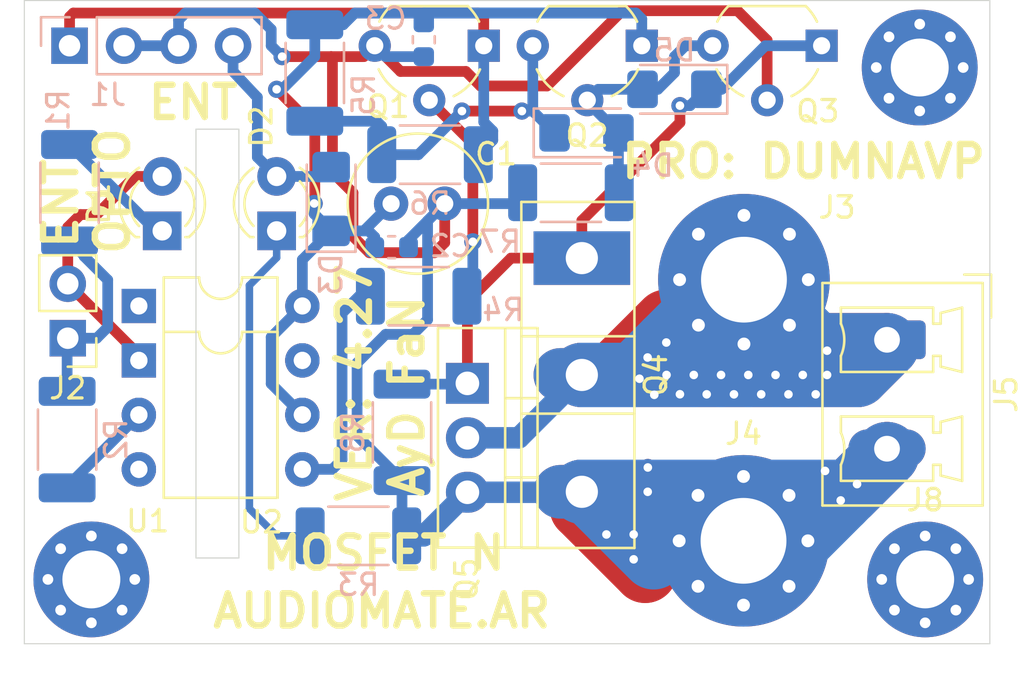
<source format=kicad_pcb>
(kicad_pcb (version 20171130) (host pcbnew "(5.1.5)-3")

  (general
    (thickness 1.6)
    (drawings 15)
    (tracks 239)
    (zones 0)
    (modules 31)
    (nets 19)
  )

  (page A4)
  (layers
    (0 F.Cu signal)
    (31 B.Cu signal)
    (32 B.Adhes user)
    (33 F.Adhes user)
    (34 B.Paste user)
    (35 F.Paste user)
    (36 B.SilkS user)
    (37 F.SilkS user)
    (38 B.Mask user)
    (39 F.Mask user)
    (40 Dwgs.User user)
    (41 Cmts.User user)
    (42 Eco1.User user)
    (43 Eco2.User user)
    (44 Edge.Cuts user)
    (45 Margin user)
    (46 B.CrtYd user)
    (47 F.CrtYd user)
    (48 B.Fab user)
    (49 F.Fab user)
  )

  (setup
    (last_trace_width 0.25)
    (user_trace_width 0.35)
    (user_trace_width 0.5)
    (user_trace_width 0.75)
    (user_trace_width 1)
    (user_trace_width 1.5)
    (user_trace_width 2)
    (user_trace_width 2.5)
    (user_trace_width 3)
    (trace_clearance 0.2)
    (zone_clearance 0.508)
    (zone_45_only no)
    (trace_min 0.2)
    (via_size 0.8)
    (via_drill 0.4)
    (via_min_size 0.4)
    (via_min_drill 0.3)
    (uvia_size 0.3)
    (uvia_drill 0.1)
    (uvias_allowed no)
    (uvia_min_size 0.2)
    (uvia_min_drill 0.1)
    (edge_width 0.05)
    (segment_width 0.2)
    (pcb_text_width 0.3)
    (pcb_text_size 1.5 1.5)
    (mod_edge_width 0.12)
    (mod_text_size 1 1)
    (mod_text_width 0.15)
    (pad_size 1.524 1.524)
    (pad_drill 0.762)
    (pad_to_mask_clearance 0.051)
    (solder_mask_min_width 0.25)
    (aux_axis_origin 0 0)
    (visible_elements 7FFFFFFF)
    (pcbplotparams
      (layerselection 0x010fc_ffffffff)
      (usegerberextensions false)
      (usegerberattributes false)
      (usegerberadvancedattributes false)
      (creategerberjobfile false)
      (excludeedgelayer true)
      (linewidth 0.100000)
      (plotframeref false)
      (viasonmask false)
      (mode 1)
      (useauxorigin false)
      (hpglpennumber 1)
      (hpglpenspeed 20)
      (hpglpendiameter 15.000000)
      (psnegative false)
      (psa4output false)
      (plotreference true)
      (plotvalue true)
      (plotinvisibletext false)
      (padsonsilk false)
      (subtractmaskfromsilk false)
      (outputformat 1)
      (mirror false)
      (drillshape 1)
      (scaleselection 1)
      (outputdirectory ""))
  )

  (net 0 "")
  (net 1 AEE)
  (net 2 S)
  (net 3 VGSA)
  (net 4 "Net-(D2-Pad1)")
  (net 5 G)
  (net 6 ENT)
  (net 7 D)
  (net 8 "Net-(J6-Pad1)")
  (net 9 "Net-(J7-Pad1)")
  (net 10 "Net-(J8-Pad1)")
  (net 11 "Net-(Q1-Pad2)")
  (net 12 B)
  (net 13 "Net-(D4-Pad2)")
  (net 14 "Net-(D4-Pad1)")
  (net 15 "Net-(D1-Pad2)")
  (net 16 "Net-(D1-Pad1)")
  (net 17 "Net-(J2-Pad1)")
  (net 18 "Net-(R2-Pad1)")

  (net_class Default "Esta es la clase de red por defecto."
    (clearance 0.2)
    (trace_width 0.25)
    (via_dia 0.8)
    (via_drill 0.4)
    (uvia_dia 0.3)
    (uvia_drill 0.1)
    (add_net AEE)
    (add_net B)
    (add_net D)
    (add_net ENT)
    (add_net G)
    (add_net "Net-(D1-Pad1)")
    (add_net "Net-(D1-Pad2)")
    (add_net "Net-(D2-Pad1)")
    (add_net "Net-(D4-Pad1)")
    (add_net "Net-(D4-Pad2)")
    (add_net "Net-(J2-Pad1)")
    (add_net "Net-(J6-Pad1)")
    (add_net "Net-(J7-Pad1)")
    (add_net "Net-(J8-Pad1)")
    (add_net "Net-(Q1-Pad2)")
    (add_net "Net-(R2-Pad1)")
    (add_net "Net-(U1-Pad3)")
    (add_net "Net-(U1-Pad6)")
    (add_net "Net-(U2-Pad1)")
    (add_net "Net-(U2-Pad4)")
    (add_net "Net-(U2-Pad7)")
    (add_net S)
    (add_net VGSA)
  )

  (module Connector_Phoenix_MC_HighVoltage:PhoenixContact_MCV_1,5_2-G-5.08_1x02_P5.08mm_Vertical (layer F.Cu) (tedit 5B784ED3) (tstamp 60733DA5)
    (at 140.208 115.824 270)
    (descr "Generic Phoenix Contact connector footprint for: MCV_1,5/2-G-5.08; number of pins: 02; pin pitch: 5.08mm; Vertical || order number: 1836299 8A 320V")
    (tags "phoenix_contact connector MCV_01x02_G_5.08mm")
    (path /6075BDB9)
    (fp_text reference J5 (at 2.54 -5.55 90) (layer F.SilkS)
      (effects (font (size 1 1) (thickness 0.15)))
    )
    (fp_text value SALIDA (at 2.54 4.1 90) (layer F.Fab)
      (effects (font (size 1 1) (thickness 0.15)))
    )
    (fp_text user %R (at 2.54 -3.65 90) (layer F.Fab)
      (effects (font (size 1 1) (thickness 0.15)))
    )
    (fp_line (start -3.04 -4.85) (end -1.04 -4.85) (layer F.Fab) (width 0.1))
    (fp_line (start -3.04 -3.6) (end -3.04 -4.85) (layer F.Fab) (width 0.1))
    (fp_line (start -3.04 -4.85) (end -1.04 -4.85) (layer F.SilkS) (width 0.12))
    (fp_line (start -3.04 -3.6) (end -3.04 -4.85) (layer F.SilkS) (width 0.12))
    (fp_line (start 8.12 -4.85) (end -3.04 -4.85) (layer F.CrtYd) (width 0.05))
    (fp_line (start 8.12 3.4) (end 8.12 -4.85) (layer F.CrtYd) (width 0.05))
    (fp_line (start -3.04 3.4) (end 8.12 3.4) (layer F.CrtYd) (width 0.05))
    (fp_line (start -3.04 -4.85) (end -3.04 3.4) (layer F.CrtYd) (width 0.05))
    (fp_line (start 6.58 2.15) (end 5.83 2.15) (layer F.SilkS) (width 0.12))
    (fp_line (start 6.58 -2.15) (end 6.58 2.15) (layer F.SilkS) (width 0.12))
    (fp_line (start 5.83 -2.15) (end 6.58 -2.15) (layer F.SilkS) (width 0.12))
    (fp_line (start 5.83 -2.5) (end 5.83 -2.15) (layer F.SilkS) (width 0.12))
    (fp_line (start 6.33 -2.5) (end 5.83 -2.5) (layer F.SilkS) (width 0.12))
    (fp_line (start 6.58 -3.5) (end 6.33 -2.5) (layer F.SilkS) (width 0.12))
    (fp_line (start 3.58 -3.5) (end 6.58 -3.5) (layer F.SilkS) (width 0.12))
    (fp_line (start 3.83 -2.5) (end 3.58 -3.5) (layer F.SilkS) (width 0.12))
    (fp_line (start 4.33 -2.5) (end 3.83 -2.5) (layer F.SilkS) (width 0.12))
    (fp_line (start 4.33 -2.15) (end 4.33 -2.5) (layer F.SilkS) (width 0.12))
    (fp_line (start 3.58 -2.15) (end 4.33 -2.15) (layer F.SilkS) (width 0.12))
    (fp_line (start 3.58 2.15) (end 3.58 -2.15) (layer F.SilkS) (width 0.12))
    (fp_line (start 4.33 2.15) (end 3.58 2.15) (layer F.SilkS) (width 0.12))
    (fp_line (start 1.5 2.15) (end 0.75 2.15) (layer F.SilkS) (width 0.12))
    (fp_line (start 1.5 -2.15) (end 1.5 2.15) (layer F.SilkS) (width 0.12))
    (fp_line (start 0.75 -2.15) (end 1.5 -2.15) (layer F.SilkS) (width 0.12))
    (fp_line (start 0.75 -2.5) (end 0.75 -2.15) (layer F.SilkS) (width 0.12))
    (fp_line (start 1.25 -2.5) (end 0.75 -2.5) (layer F.SilkS) (width 0.12))
    (fp_line (start 1.5 -3.5) (end 1.25 -2.5) (layer F.SilkS) (width 0.12))
    (fp_line (start -1.5 -3.5) (end 1.5 -3.5) (layer F.SilkS) (width 0.12))
    (fp_line (start -1.25 -2.5) (end -1.5 -3.5) (layer F.SilkS) (width 0.12))
    (fp_line (start -0.75 -2.5) (end -1.25 -2.5) (layer F.SilkS) (width 0.12))
    (fp_line (start -0.75 -2.15) (end -0.75 -2.5) (layer F.SilkS) (width 0.12))
    (fp_line (start -1.5 -2.15) (end -0.75 -2.15) (layer F.SilkS) (width 0.12))
    (fp_line (start -1.5 2.15) (end -1.5 -2.15) (layer F.SilkS) (width 0.12))
    (fp_line (start -0.75 2.15) (end -1.5 2.15) (layer F.SilkS) (width 0.12))
    (fp_line (start 7.62 -4.35) (end -2.54 -4.35) (layer F.Fab) (width 0.1))
    (fp_line (start 7.62 2.9) (end 7.62 -4.35) (layer F.Fab) (width 0.1))
    (fp_line (start -2.54 2.9) (end 7.62 2.9) (layer F.Fab) (width 0.1))
    (fp_line (start -2.54 -4.35) (end -2.54 2.9) (layer F.Fab) (width 0.1))
    (fp_line (start 7.73 -4.46) (end -2.65 -4.46) (layer F.SilkS) (width 0.12))
    (fp_line (start 7.73 3.01) (end 7.73 -4.46) (layer F.SilkS) (width 0.12))
    (fp_line (start -2.65 3.01) (end 7.73 3.01) (layer F.SilkS) (width 0.12))
    (fp_line (start -2.65 -4.46) (end -2.65 3.01) (layer F.SilkS) (width 0.12))
    (fp_arc (start 5.08 3.85) (end 4.33 2.15) (angle 47.6) (layer F.SilkS) (width 0.12))
    (fp_arc (start 0 3.85) (end -0.75 2.15) (angle 47.6) (layer F.SilkS) (width 0.12))
    (pad 2 thru_hole oval (at 5.08 0 270) (size 1.8 3.6) (drill 1.2) (layers *.Cu *.Mask)
      (net 2 S))
    (pad 1 thru_hole roundrect (at 0 0 270) (size 1.8 3.6) (drill 1.2) (layers *.Cu *.Mask) (roundrect_rratio 0.138889)
      (net 7 D))
    (model ${KISYS3DMOD}/Connector_Phoenix_MC_HighVoltage.3dshapes/PhoenixContact_MCV_1,5_2-G-5.08_1x02_P5.08mm_Vertical.wrl
      (at (xyz 0 0 0))
      (scale (xyz 1 1 1))
      (rotate (xyz 0 0 0))
    )
  )

  (module Capacitor_THT:C_Radial_D6.3mm_H5.0mm_P2.50mm (layer F.Cu) (tedit 5BC5C9B9) (tstamp 60721FE7)
    (at 117.094 109.474)
    (descr "C, Radial series, Radial, pin pitch=2.50mm, diameter=6.3mm, height=5mm, Non-Polar Electrolytic Capacitor")
    (tags "C Radial series Radial pin pitch 2.50mm diameter 6.3mm height 5mm Non-Polar Electrolytic Capacitor")
    (path /5EA55DC7)
    (fp_text reference C1 (at 4.896 -2.314) (layer F.SilkS)
      (effects (font (size 1 1) (thickness 0.15)))
    )
    (fp_text value CP (at 1.25 4.4) (layer F.Fab)
      (effects (font (size 1 1) (thickness 0.15)))
    )
    (fp_circle (center 1.25 0) (end 4.4 0) (layer F.Fab) (width 0.1))
    (fp_circle (center 1.25 0) (end 4.52 0) (layer F.SilkS) (width 0.12))
    (fp_circle (center 1.25 0) (end 4.65 0) (layer F.CrtYd) (width 0.05))
    (fp_text user %R (at 1.25 0) (layer F.Fab)
      (effects (font (size 1 1) (thickness 0.15)))
    )
    (pad 1 thru_hole circle (at 0 0) (size 1.6 1.6) (drill 0.8) (layers *.Cu *.Mask)
      (net 1 AEE))
    (pad 2 thru_hole circle (at 2.5 0) (size 1.6 1.6) (drill 0.8) (layers *.Cu *.Mask)
      (net 2 S))
    (model ${KISYS3DMOD}/Capacitor_THT.3dshapes/C_Radial_D6.3mm_H5.0mm_P2.50mm.wrl
      (at (xyz 0 0 0))
      (scale (xyz 1 1 1))
      (rotate (xyz 0 0 0))
    )
  )

  (module Resistor_SMD:R_2010_5025Metric (layer B.Cu) (tedit 5B301BBD) (tstamp 607235E6)
    (at 125.476 108.966 180)
    (descr "Resistor SMD 2010 (5025 Metric), square (rectangular) end terminal, IPC_7351 nominal, (Body size source: http://www.tortai-tech.com/upload/download/2011102023233369053.pdf), generated with kicad-footprint-generator")
    (tags resistor)
    (path /5EA27A3C)
    (attr smd)
    (fp_text reference R7 (at 3.302 -2.286) (layer B.SilkS)
      (effects (font (size 1 1) (thickness 0.15)) (justify mirror))
    )
    (fp_text value R (at 0 -2.28) (layer B.Fab)
      (effects (font (size 1 1) (thickness 0.15)) (justify mirror))
    )
    (fp_text user %R (at 0 0) (layer B.Fab)
      (effects (font (size 1 1) (thickness 0.15)) (justify mirror))
    )
    (fp_line (start 3.18 -1.58) (end -3.18 -1.58) (layer B.CrtYd) (width 0.05))
    (fp_line (start 3.18 1.58) (end 3.18 -1.58) (layer B.CrtYd) (width 0.05))
    (fp_line (start -3.18 1.58) (end 3.18 1.58) (layer B.CrtYd) (width 0.05))
    (fp_line (start -3.18 -1.58) (end -3.18 1.58) (layer B.CrtYd) (width 0.05))
    (fp_line (start -1.402064 -1.36) (end 1.402064 -1.36) (layer B.SilkS) (width 0.12))
    (fp_line (start -1.402064 1.36) (end 1.402064 1.36) (layer B.SilkS) (width 0.12))
    (fp_line (start 2.5 -1.25) (end -2.5 -1.25) (layer B.Fab) (width 0.1))
    (fp_line (start 2.5 1.25) (end 2.5 -1.25) (layer B.Fab) (width 0.1))
    (fp_line (start -2.5 1.25) (end 2.5 1.25) (layer B.Fab) (width 0.1))
    (fp_line (start -2.5 -1.25) (end -2.5 1.25) (layer B.Fab) (width 0.1))
    (pad 2 smd roundrect (at 2.25 0 180) (size 1.35 2.65) (layers B.Cu B.Paste B.Mask) (roundrect_rratio 0.185185)
      (net 2 S))
    (pad 1 smd roundrect (at -2.25 0 180) (size 1.35 2.65) (layers B.Cu B.Paste B.Mask) (roundrect_rratio 0.185185)
      (net 13 "Net-(D4-Pad2)"))
    (model ${KISYS3DMOD}/Resistor_SMD.3dshapes/R_2010_5025Metric.wrl
      (at (xyz 0 0 0))
      (scale (xyz 1 1 1))
      (rotate (xyz 0 0 0))
    )
  )

  (module Capacitor_SMD:C_0603_1608Metric (layer B.Cu) (tedit 5B301BBE) (tstamp 6072200D)
    (at 118.618 101.8285 270)
    (descr "Capacitor SMD 0603 (1608 Metric), square (rectangular) end terminal, IPC_7351 nominal, (Body size source: http://www.tortai-tech.com/upload/download/2011102023233369053.pdf), generated with kicad-footprint-generator")
    (tags capacitor)
    (path /5EA52B4F)
    (attr smd)
    (fp_text reference C3 (at -0.9905 1.778) (layer B.SilkS)
      (effects (font (size 1 1) (thickness 0.15)) (justify mirror))
    )
    (fp_text value C (at 0 -1.43 270) (layer B.Fab)
      (effects (font (size 1 1) (thickness 0.15)) (justify mirror))
    )
    (fp_text user %R (at 0 0 270) (layer B.Fab)
      (effects (font (size 0.4 0.4) (thickness 0.06)) (justify mirror))
    )
    (fp_line (start 1.48 -0.73) (end -1.48 -0.73) (layer B.CrtYd) (width 0.05))
    (fp_line (start 1.48 0.73) (end 1.48 -0.73) (layer B.CrtYd) (width 0.05))
    (fp_line (start -1.48 0.73) (end 1.48 0.73) (layer B.CrtYd) (width 0.05))
    (fp_line (start -1.48 -0.73) (end -1.48 0.73) (layer B.CrtYd) (width 0.05))
    (fp_line (start -0.162779 -0.51) (end 0.162779 -0.51) (layer B.SilkS) (width 0.12))
    (fp_line (start -0.162779 0.51) (end 0.162779 0.51) (layer B.SilkS) (width 0.12))
    (fp_line (start 0.8 -0.4) (end -0.8 -0.4) (layer B.Fab) (width 0.1))
    (fp_line (start 0.8 0.4) (end 0.8 -0.4) (layer B.Fab) (width 0.1))
    (fp_line (start -0.8 0.4) (end 0.8 0.4) (layer B.Fab) (width 0.1))
    (fp_line (start -0.8 -0.4) (end -0.8 0.4) (layer B.Fab) (width 0.1))
    (pad 2 smd roundrect (at 0.7875 0 270) (size 0.875 0.95) (layers B.Cu B.Paste B.Mask) (roundrect_rratio 0.25)
      (net 2 S))
    (pad 1 smd roundrect (at -0.7875 0 270) (size 0.875 0.95) (layers B.Cu B.Paste B.Mask) (roundrect_rratio 0.25)
      (net 1 AEE))
    (model ${KISYS3DMOD}/Capacitor_SMD.3dshapes/C_0603_1608Metric.wrl
      (at (xyz 0 0 0))
      (scale (xyz 1 1 1))
      (rotate (xyz 0 0 0))
    )
  )

  (module Capacitor_SMD:C_0603_1608Metric (layer B.Cu) (tedit 5B301BBE) (tstamp 60721FFA)
    (at 117.1195 111.506)
    (descr "Capacitor SMD 0603 (1608 Metric), square (rectangular) end terminal, IPC_7351 nominal, (Body size source: http://www.tortai-tech.com/upload/download/2011102023233369053.pdf), generated with kicad-footprint-generator")
    (tags capacitor)
    (path /5EA54E5D)
    (attr smd)
    (fp_text reference C2 (at 2.7505 -0.056 180) (layer B.SilkS)
      (effects (font (size 1 1) (thickness 0.15)) (justify mirror))
    )
    (fp_text value C (at 0 -1.43 180) (layer B.Fab)
      (effects (font (size 1 1) (thickness 0.15)) (justify mirror))
    )
    (fp_text user %R (at 0 0 180) (layer B.Fab)
      (effects (font (size 0.4 0.4) (thickness 0.06)) (justify mirror))
    )
    (fp_line (start 1.48 -0.73) (end -1.48 -0.73) (layer B.CrtYd) (width 0.05))
    (fp_line (start 1.48 0.73) (end 1.48 -0.73) (layer B.CrtYd) (width 0.05))
    (fp_line (start -1.48 0.73) (end 1.48 0.73) (layer B.CrtYd) (width 0.05))
    (fp_line (start -1.48 -0.73) (end -1.48 0.73) (layer B.CrtYd) (width 0.05))
    (fp_line (start -0.162779 -0.51) (end 0.162779 -0.51) (layer B.SilkS) (width 0.12))
    (fp_line (start -0.162779 0.51) (end 0.162779 0.51) (layer B.SilkS) (width 0.12))
    (fp_line (start 0.8 -0.4) (end -0.8 -0.4) (layer B.Fab) (width 0.1))
    (fp_line (start 0.8 0.4) (end 0.8 -0.4) (layer B.Fab) (width 0.1))
    (fp_line (start -0.8 0.4) (end 0.8 0.4) (layer B.Fab) (width 0.1))
    (fp_line (start -0.8 -0.4) (end -0.8 0.4) (layer B.Fab) (width 0.1))
    (pad 2 smd roundrect (at 0.7875 0) (size 0.875 0.95) (layers B.Cu B.Paste B.Mask) (roundrect_rratio 0.25)
      (net 2 S))
    (pad 1 smd roundrect (at -0.7875 0) (size 0.875 0.95) (layers B.Cu B.Paste B.Mask) (roundrect_rratio 0.25)
      (net 1 AEE))
    (model ${KISYS3DMOD}/Capacitor_SMD.3dshapes/C_0603_1608Metric.wrl
      (at (xyz 0 0 0))
      (scale (xyz 1 1 1))
      (rotate (xyz 0 0 0))
    )
  )

  (module Resistor_SMD:R_2010_5025Metric (layer B.Cu) (tedit 5B301BBD) (tstamp 60728305)
    (at 115.57 124.968)
    (descr "Resistor SMD 2010 (5025 Metric), square (rectangular) end terminal, IPC_7351 nominal, (Body size source: http://www.tortai-tech.com/upload/download/2011102023233369053.pdf), generated with kicad-footprint-generator")
    (tags resistor)
    (path /60800A13)
    (attr smd)
    (fp_text reference R3 (at 0 2.28) (layer B.SilkS)
      (effects (font (size 1 1) (thickness 0.15)) (justify mirror))
    )
    (fp_text value R (at 0 -2.28) (layer B.Fab)
      (effects (font (size 1 1) (thickness 0.15)) (justify mirror))
    )
    (fp_text user %R (at 0 0) (layer B.Fab)
      (effects (font (size 1 1) (thickness 0.15)) (justify mirror))
    )
    (fp_line (start 3.18 -1.58) (end -3.18 -1.58) (layer B.CrtYd) (width 0.05))
    (fp_line (start 3.18 1.58) (end 3.18 -1.58) (layer B.CrtYd) (width 0.05))
    (fp_line (start -3.18 1.58) (end 3.18 1.58) (layer B.CrtYd) (width 0.05))
    (fp_line (start -3.18 -1.58) (end -3.18 1.58) (layer B.CrtYd) (width 0.05))
    (fp_line (start -1.402064 -1.36) (end 1.402064 -1.36) (layer B.SilkS) (width 0.12))
    (fp_line (start -1.402064 1.36) (end 1.402064 1.36) (layer B.SilkS) (width 0.12))
    (fp_line (start 2.5 -1.25) (end -2.5 -1.25) (layer B.Fab) (width 0.1))
    (fp_line (start 2.5 1.25) (end 2.5 -1.25) (layer B.Fab) (width 0.1))
    (fp_line (start -2.5 1.25) (end 2.5 1.25) (layer B.Fab) (width 0.1))
    (fp_line (start -2.5 -1.25) (end -2.5 1.25) (layer B.Fab) (width 0.1))
    (pad 2 smd roundrect (at 2.25 0) (size 1.35 2.65) (layers B.Cu B.Paste B.Mask) (roundrect_rratio 0.185185)
      (net 2 S))
    (pad 1 smd roundrect (at -2.25 0) (size 1.35 2.65) (layers B.Cu B.Paste B.Mask) (roundrect_rratio 0.185185)
      (net 4 "Net-(D2-Pad1)"))
    (model ${KISYS3DMOD}/Resistor_SMD.3dshapes/R_2010_5025Metric.wrl
      (at (xyz 0 0 0))
      (scale (xyz 1 1 1))
      (rotate (xyz 0 0 0))
    )
  )

  (module Resistor_SMD:R_2010_5025Metric (layer B.Cu) (tedit 5B301BBD) (tstamp 607282F4)
    (at 102.108 108.966 270)
    (descr "Resistor SMD 2010 (5025 Metric), square (rectangular) end terminal, IPC_7351 nominal, (Body size source: http://www.tortai-tech.com/upload/download/2011102023233369053.pdf), generated with kicad-footprint-generator")
    (tags resistor)
    (path /608015A6)
    (attr smd)
    (fp_text reference R1 (at -3.846 0.528 90) (layer B.SilkS)
      (effects (font (size 1 1) (thickness 0.15)) (justify mirror))
    )
    (fp_text value R (at 0 -2.28 90) (layer B.Fab)
      (effects (font (size 1 1) (thickness 0.15)) (justify mirror))
    )
    (fp_text user %R (at 0 0 90) (layer B.Fab)
      (effects (font (size 1 1) (thickness 0.15)) (justify mirror))
    )
    (fp_line (start 3.18 -1.58) (end -3.18 -1.58) (layer B.CrtYd) (width 0.05))
    (fp_line (start 3.18 1.58) (end 3.18 -1.58) (layer B.CrtYd) (width 0.05))
    (fp_line (start -3.18 1.58) (end 3.18 1.58) (layer B.CrtYd) (width 0.05))
    (fp_line (start -3.18 -1.58) (end -3.18 1.58) (layer B.CrtYd) (width 0.05))
    (fp_line (start -1.402064 -1.36) (end 1.402064 -1.36) (layer B.SilkS) (width 0.12))
    (fp_line (start -1.402064 1.36) (end 1.402064 1.36) (layer B.SilkS) (width 0.12))
    (fp_line (start 2.5 -1.25) (end -2.5 -1.25) (layer B.Fab) (width 0.1))
    (fp_line (start 2.5 1.25) (end 2.5 -1.25) (layer B.Fab) (width 0.1))
    (fp_line (start -2.5 1.25) (end 2.5 1.25) (layer B.Fab) (width 0.1))
    (fp_line (start -2.5 -1.25) (end -2.5 1.25) (layer B.Fab) (width 0.1))
    (pad 2 smd roundrect (at 2.25 0 270) (size 1.35 2.65) (layers B.Cu B.Paste B.Mask) (roundrect_rratio 0.185185)
      (net 17 "Net-(J2-Pad1)"))
    (pad 1 smd roundrect (at -2.25 0 270) (size 1.35 2.65) (layers B.Cu B.Paste B.Mask) (roundrect_rratio 0.185185)
      (net 16 "Net-(D1-Pad1)"))
    (model ${KISYS3DMOD}/Resistor_SMD.3dshapes/R_2010_5025Metric.wrl
      (at (xyz 0 0 0))
      (scale (xyz 1 1 1))
      (rotate (xyz 0 0 0))
    )
  )

  (module LED_THT:LED_D3.0mm (layer F.Cu) (tedit 587A3A7B) (tstamp 60727F8D)
    (at 111.76 110.744 90)
    (descr "LED, diameter 3.0mm, 2 pins")
    (tags "LED diameter 3.0mm 2 pins")
    (path /607E5F59)
    (fp_text reference D2 (at 4.864 -0.72 90) (layer F.SilkS)
      (effects (font (size 1 1) (thickness 0.15)))
    )
    (fp_text value LED (at 1.27 2.96 90) (layer F.Fab)
      (effects (font (size 1 1) (thickness 0.15)))
    )
    (fp_line (start 3.7 -2.25) (end -1.15 -2.25) (layer F.CrtYd) (width 0.05))
    (fp_line (start 3.7 2.25) (end 3.7 -2.25) (layer F.CrtYd) (width 0.05))
    (fp_line (start -1.15 2.25) (end 3.7 2.25) (layer F.CrtYd) (width 0.05))
    (fp_line (start -1.15 -2.25) (end -1.15 2.25) (layer F.CrtYd) (width 0.05))
    (fp_line (start -0.29 1.08) (end -0.29 1.236) (layer F.SilkS) (width 0.12))
    (fp_line (start -0.29 -1.236) (end -0.29 -1.08) (layer F.SilkS) (width 0.12))
    (fp_line (start -0.23 -1.16619) (end -0.23 1.16619) (layer F.Fab) (width 0.1))
    (fp_circle (center 1.27 0) (end 2.77 0) (layer F.Fab) (width 0.1))
    (fp_arc (start 1.27 0) (end 0.229039 1.08) (angle -87.9) (layer F.SilkS) (width 0.12))
    (fp_arc (start 1.27 0) (end 0.229039 -1.08) (angle 87.9) (layer F.SilkS) (width 0.12))
    (fp_arc (start 1.27 0) (end -0.29 1.235516) (angle -108.8) (layer F.SilkS) (width 0.12))
    (fp_arc (start 1.27 0) (end -0.29 -1.235516) (angle 108.8) (layer F.SilkS) (width 0.12))
    (fp_arc (start 1.27 0) (end -0.23 -1.16619) (angle 284.3) (layer F.Fab) (width 0.1))
    (pad 2 thru_hole circle (at 2.54 0 90) (size 1.8 1.8) (drill 0.9) (layers *.Cu *.Mask)
      (net 3 VGSA))
    (pad 1 thru_hole rect (at 0 0 90) (size 1.8 1.8) (drill 0.9) (layers *.Cu *.Mask)
      (net 4 "Net-(D2-Pad1)"))
    (model ${KISYS3DMOD}/LED_THT.3dshapes/LED_D3.0mm.wrl
      (at (xyz 0 0 0))
      (scale (xyz 1 1 1))
      (rotate (xyz 0 0 0))
    )
  )

  (module LED_THT:LED_D3.0mm (layer F.Cu) (tedit 587A3A7B) (tstamp 60727F7A)
    (at 106.426 110.744 90)
    (descr "LED, diameter 3.0mm, 2 pins")
    (tags "LED diameter 3.0mm 2 pins")
    (path /6080159C)
    (fp_text reference D1 (at 1.27 -2.96 90) (layer F.SilkS)
      (effects (font (size 1 1) (thickness 0.15)))
    )
    (fp_text value LED (at 1.27 2.96 90) (layer F.Fab)
      (effects (font (size 1 1) (thickness 0.15)))
    )
    (fp_line (start 3.7 -2.25) (end -1.15 -2.25) (layer F.CrtYd) (width 0.05))
    (fp_line (start 3.7 2.25) (end 3.7 -2.25) (layer F.CrtYd) (width 0.05))
    (fp_line (start -1.15 2.25) (end 3.7 2.25) (layer F.CrtYd) (width 0.05))
    (fp_line (start -1.15 -2.25) (end -1.15 2.25) (layer F.CrtYd) (width 0.05))
    (fp_line (start -0.29 1.08) (end -0.29 1.236) (layer F.SilkS) (width 0.12))
    (fp_line (start -0.29 -1.236) (end -0.29 -1.08) (layer F.SilkS) (width 0.12))
    (fp_line (start -0.23 -1.16619) (end -0.23 1.16619) (layer F.Fab) (width 0.1))
    (fp_circle (center 1.27 0) (end 2.77 0) (layer F.Fab) (width 0.1))
    (fp_arc (start 1.27 0) (end 0.229039 1.08) (angle -87.9) (layer F.SilkS) (width 0.12))
    (fp_arc (start 1.27 0) (end 0.229039 -1.08) (angle 87.9) (layer F.SilkS) (width 0.12))
    (fp_arc (start 1.27 0) (end -0.29 1.235516) (angle -108.8) (layer F.SilkS) (width 0.12))
    (fp_arc (start 1.27 0) (end -0.29 -1.235516) (angle 108.8) (layer F.SilkS) (width 0.12))
    (fp_arc (start 1.27 0) (end -0.23 -1.16619) (angle 284.3) (layer F.Fab) (width 0.1))
    (pad 2 thru_hole circle (at 2.54 0 90) (size 1.8 1.8) (drill 0.9) (layers *.Cu *.Mask)
      (net 15 "Net-(D1-Pad2)"))
    (pad 1 thru_hole rect (at 0 0 90) (size 1.8 1.8) (drill 0.9) (layers *.Cu *.Mask)
      (net 16 "Net-(D1-Pad1)"))
    (model ${KISYS3DMOD}/LED_THT.3dshapes/LED_D3.0mm.wrl
      (at (xyz 0 0 0))
      (scale (xyz 1 1 1))
      (rotate (xyz 0 0 0))
    )
  )

  (module Connector_PinHeader_2.54mm:PinHeader_1x02_P2.54mm_Vertical (layer F.Cu) (tedit 59FED5CC) (tstamp 60726A05)
    (at 102.024 115.75 180)
    (descr "Through hole straight pin header, 1x02, 2.54mm pitch, single row")
    (tags "Through hole pin header THT 1x02 2.54mm single row")
    (path /607C23C7)
    (fp_text reference J2 (at 0 -2.33) (layer F.SilkS)
      (effects (font (size 1 1) (thickness 0.15)))
    )
    (fp_text value ENT_OPTO (at -0.226 7.77 90) (layer F.Fab)
      (effects (font (size 1 1) (thickness 0.15)))
    )
    (fp_text user %R (at 0 1.27 90) (layer F.Fab)
      (effects (font (size 1 1) (thickness 0.15)))
    )
    (fp_line (start 1.8 -1.8) (end -1.8 -1.8) (layer F.CrtYd) (width 0.05))
    (fp_line (start 1.8 4.35) (end 1.8 -1.8) (layer F.CrtYd) (width 0.05))
    (fp_line (start -1.8 4.35) (end 1.8 4.35) (layer F.CrtYd) (width 0.05))
    (fp_line (start -1.8 -1.8) (end -1.8 4.35) (layer F.CrtYd) (width 0.05))
    (fp_line (start -1.33 -1.33) (end 0 -1.33) (layer F.SilkS) (width 0.12))
    (fp_line (start -1.33 0) (end -1.33 -1.33) (layer F.SilkS) (width 0.12))
    (fp_line (start -1.33 1.27) (end 1.33 1.27) (layer F.SilkS) (width 0.12))
    (fp_line (start 1.33 1.27) (end 1.33 3.87) (layer F.SilkS) (width 0.12))
    (fp_line (start -1.33 1.27) (end -1.33 3.87) (layer F.SilkS) (width 0.12))
    (fp_line (start -1.33 3.87) (end 1.33 3.87) (layer F.SilkS) (width 0.12))
    (fp_line (start -1.27 -0.635) (end -0.635 -1.27) (layer F.Fab) (width 0.1))
    (fp_line (start -1.27 3.81) (end -1.27 -0.635) (layer F.Fab) (width 0.1))
    (fp_line (start 1.27 3.81) (end -1.27 3.81) (layer F.Fab) (width 0.1))
    (fp_line (start 1.27 -1.27) (end 1.27 3.81) (layer F.Fab) (width 0.1))
    (fp_line (start -0.635 -1.27) (end 1.27 -1.27) (layer F.Fab) (width 0.1))
    (pad 2 thru_hole oval (at 0 2.54 180) (size 1.7 1.7) (drill 1) (layers *.Cu *.Mask)
      (net 15 "Net-(D1-Pad2)"))
    (pad 1 thru_hole rect (at 0 0 180) (size 1.7 1.7) (drill 1) (layers *.Cu *.Mask)
      (net 17 "Net-(J2-Pad1)"))
    (model ${KISYS3DMOD}/Connector_PinHeader_2.54mm.3dshapes/PinHeader_1x02_P2.54mm_Vertical.wrl
      (at (xyz 0 0 0))
      (scale (xyz 1 1 1))
      (rotate (xyz 0 0 0))
    )
  )

  (module Diode_SMD:D_1206_3216Metric_Pad1.42x1.75mm_HandSolder (layer B.Cu) (tedit 5B4B45C8) (tstamp 6072357E)
    (at 130.302 104.14 180)
    (descr "Diode SMD 1206 (3216 Metric), square (rectangular) end terminal, IPC_7351 nominal, (Body size source: http://www.tortai-tech.com/upload/download/2011102023233369053.pdf), generated with kicad-footprint-generator")
    (tags "diode handsolder")
    (path /5EA28174)
    (attr smd)
    (fp_text reference D5 (at 0 1.82) (layer B.SilkS)
      (effects (font (size 1 1) (thickness 0.15)) (justify mirror))
    )
    (fp_text value 1N4148 (at 0 -1.82) (layer B.Fab)
      (effects (font (size 1 1) (thickness 0.15)) (justify mirror))
    )
    (fp_text user %R (at -0.254 0) (layer B.Fab)
      (effects (font (size 0.8 0.8) (thickness 0.12)) (justify mirror))
    )
    (fp_line (start 2.45 -1.12) (end -2.45 -1.12) (layer B.CrtYd) (width 0.05))
    (fp_line (start 2.45 1.12) (end 2.45 -1.12) (layer B.CrtYd) (width 0.05))
    (fp_line (start -2.45 1.12) (end 2.45 1.12) (layer B.CrtYd) (width 0.05))
    (fp_line (start -2.45 -1.12) (end -2.45 1.12) (layer B.CrtYd) (width 0.05))
    (fp_line (start -2.46 -1.135) (end 1.6 -1.135) (layer B.SilkS) (width 0.12))
    (fp_line (start -2.46 1.135) (end -2.46 -1.135) (layer B.SilkS) (width 0.12))
    (fp_line (start 1.6 1.135) (end -2.46 1.135) (layer B.SilkS) (width 0.12))
    (fp_line (start 1.6 -0.8) (end 1.6 0.8) (layer B.Fab) (width 0.1))
    (fp_line (start -1.6 -0.8) (end 1.6 -0.8) (layer B.Fab) (width 0.1))
    (fp_line (start -1.6 0.4) (end -1.6 -0.8) (layer B.Fab) (width 0.1))
    (fp_line (start -1.2 0.8) (end -1.6 0.4) (layer B.Fab) (width 0.1))
    (fp_line (start 1.6 0.8) (end -1.2 0.8) (layer B.Fab) (width 0.1))
    (pad 2 smd roundrect (at 1.4875 0 180) (size 1.425 1.75) (layers B.Cu B.Paste B.Mask) (roundrect_rratio 0.175439)
      (net 13 "Net-(D4-Pad2)"))
    (pad 1 smd roundrect (at -1.4875 0 180) (size 1.425 1.75) (layers B.Cu B.Paste B.Mask) (roundrect_rratio 0.175439)
      (net 5 G))
    (model ${KISYS3DMOD}/Diode_SMD.3dshapes/D_1206_3216Metric.wrl
      (at (xyz 0 0 0))
      (scale (xyz 1 1 1))
      (rotate (xyz 0 0 0))
    )
  )

  (module Diode_SMD:D_1206_3216Metric_Pad1.42x1.75mm_HandSolder (layer B.Cu) (tedit 5B4B45C8) (tstamp 6072356C)
    (at 126.2015 106.172)
    (descr "Diode SMD 1206 (3216 Metric), square (rectangular) end terminal, IPC_7351 nominal, (Body size source: http://www.tortai-tech.com/upload/download/2011102023233369053.pdf), generated with kicad-footprint-generator")
    (tags "diode handsolder")
    (path /5EA28939)
    (attr smd)
    (fp_text reference D4 (at 3.0845 1.524) (layer B.SilkS)
      (effects (font (size 1 1) (thickness 0.15)) (justify mirror))
    )
    (fp_text value 1N4148 (at 0 -1.82) (layer B.Fab)
      (effects (font (size 1 1) (thickness 0.15)) (justify mirror))
    )
    (fp_text user %R (at 0 0) (layer B.Fab)
      (effects (font (size 0.8 0.8) (thickness 0.12)) (justify mirror))
    )
    (fp_line (start 2.45 -1.12) (end -2.45 -1.12) (layer B.CrtYd) (width 0.05))
    (fp_line (start 2.45 1.12) (end 2.45 -1.12) (layer B.CrtYd) (width 0.05))
    (fp_line (start -2.45 1.12) (end 2.45 1.12) (layer B.CrtYd) (width 0.05))
    (fp_line (start -2.45 -1.12) (end -2.45 1.12) (layer B.CrtYd) (width 0.05))
    (fp_line (start -2.46 -1.135) (end 1.6 -1.135) (layer B.SilkS) (width 0.12))
    (fp_line (start -2.46 1.135) (end -2.46 -1.135) (layer B.SilkS) (width 0.12))
    (fp_line (start 1.6 1.135) (end -2.46 1.135) (layer B.SilkS) (width 0.12))
    (fp_line (start 1.6 -0.8) (end 1.6 0.8) (layer B.Fab) (width 0.1))
    (fp_line (start -1.6 -0.8) (end 1.6 -0.8) (layer B.Fab) (width 0.1))
    (fp_line (start -1.6 0.4) (end -1.6 -0.8) (layer B.Fab) (width 0.1))
    (fp_line (start -1.2 0.8) (end -1.6 0.4) (layer B.Fab) (width 0.1))
    (fp_line (start 1.6 0.8) (end -1.2 0.8) (layer B.Fab) (width 0.1))
    (pad 2 smd roundrect (at 1.4875 0) (size 1.425 1.75) (layers B.Cu B.Paste B.Mask) (roundrect_rratio 0.175439)
      (net 13 "Net-(D4-Pad2)"))
    (pad 1 smd roundrect (at -1.4875 0) (size 1.425 1.75) (layers B.Cu B.Paste B.Mask) (roundrect_rratio 0.175439)
      (net 14 "Net-(D4-Pad1)"))
    (model ${KISYS3DMOD}/Diode_SMD.3dshapes/D_1206_3216Metric.wrl
      (at (xyz 0 0 0))
      (scale (xyz 1 1 1))
      (rotate (xyz 0 0 0))
    )
  )

  (module Diode_SMD:D_1206_3216Metric_Pad1.42x1.75mm_HandSolder (layer B.Cu) (tedit 5B4B45C8) (tstamp 6072355A)
    (at 114.3 109.2565 90)
    (descr "Diode SMD 1206 (3216 Metric), square (rectangular) end terminal, IPC_7351 nominal, (Body size source: http://www.tortai-tech.com/upload/download/2011102023233369053.pdf), generated with kicad-footprint-generator")
    (tags "diode handsolder")
    (path /5EA4CF19)
    (attr smd)
    (fp_text reference D3 (at -3.5195 0 90) (layer B.SilkS)
      (effects (font (size 1 1) (thickness 0.15)) (justify mirror))
    )
    (fp_text value 1N4007 (at 0 -1.82 90) (layer B.Fab)
      (effects (font (size 1 1) (thickness 0.15)) (justify mirror))
    )
    (fp_text user %R (at 0 0 90) (layer B.Fab)
      (effects (font (size 0.8 0.8) (thickness 0.12)) (justify mirror))
    )
    (fp_line (start 2.45 -1.12) (end -2.45 -1.12) (layer B.CrtYd) (width 0.05))
    (fp_line (start 2.45 1.12) (end 2.45 -1.12) (layer B.CrtYd) (width 0.05))
    (fp_line (start -2.45 1.12) (end 2.45 1.12) (layer B.CrtYd) (width 0.05))
    (fp_line (start -2.45 -1.12) (end -2.45 1.12) (layer B.CrtYd) (width 0.05))
    (fp_line (start -2.46 -1.135) (end 1.6 -1.135) (layer B.SilkS) (width 0.12))
    (fp_line (start -2.46 1.135) (end -2.46 -1.135) (layer B.SilkS) (width 0.12))
    (fp_line (start 1.6 1.135) (end -2.46 1.135) (layer B.SilkS) (width 0.12))
    (fp_line (start 1.6 -0.8) (end 1.6 0.8) (layer B.Fab) (width 0.1))
    (fp_line (start -1.6 -0.8) (end 1.6 -0.8) (layer B.Fab) (width 0.1))
    (fp_line (start -1.6 0.4) (end -1.6 -0.8) (layer B.Fab) (width 0.1))
    (fp_line (start -1.2 0.8) (end -1.6 0.4) (layer B.Fab) (width 0.1))
    (fp_line (start 1.6 0.8) (end -1.2 0.8) (layer B.Fab) (width 0.1))
    (pad 2 smd roundrect (at 1.4875 0 90) (size 1.425 1.75) (layers B.Cu B.Paste B.Mask) (roundrect_rratio 0.175439)
      (net 3 VGSA))
    (pad 1 smd roundrect (at -1.4875 0 90) (size 1.425 1.75) (layers B.Cu B.Paste B.Mask) (roundrect_rratio 0.175439)
      (net 1 AEE))
    (model ${KISYS3DMOD}/Diode_SMD.3dshapes/D_1206_3216Metric.wrl
      (at (xyz 0 0 0))
      (scale (xyz 1 1 1))
      (rotate (xyz 0 0 0))
    )
  )

  (module MountingHole:MountingHole_4mm_Pad_Via (layer F.Cu) (tedit 56DDC1BA) (tstamp 6072B2B2)
    (at 133.54 113.02)
    (descr "Mounting Hole 4mm")
    (tags "mounting hole 4mm")
    (path /6074AA82)
    (attr virtual)
    (fp_text reference J3 (at 4.34 -3.37) (layer F.SilkS)
      (effects (font (size 1 1) (thickness 0.15)))
    )
    (fp_text value SALIDA (at 0 5) (layer F.Fab)
      (effects (font (size 1 1) (thickness 0.15)))
    )
    (fp_circle (center 0 0) (end 4.25 0) (layer F.CrtYd) (width 0.05))
    (fp_circle (center 0 0) (end 4 0) (layer Cmts.User) (width 0.15))
    (fp_text user %R (at 0.3 0) (layer F.Fab)
      (effects (font (size 1 1) (thickness 0.15)))
    )
    (pad 1 thru_hole circle (at 2.12132 -2.12132) (size 0.9 0.9) (drill 0.6) (layers *.Cu *.Mask)
      (net 7 D))
    (pad 1 thru_hole circle (at 0 -3) (size 0.9 0.9) (drill 0.6) (layers *.Cu *.Mask)
      (net 7 D))
    (pad 1 thru_hole circle (at -2.12132 -2.12132) (size 0.9 0.9) (drill 0.6) (layers *.Cu *.Mask)
      (net 7 D))
    (pad 1 thru_hole circle (at -3 0) (size 0.9 0.9) (drill 0.6) (layers *.Cu *.Mask)
      (net 7 D))
    (pad 1 thru_hole circle (at -2.12132 2.12132) (size 0.9 0.9) (drill 0.6) (layers *.Cu *.Mask)
      (net 7 D))
    (pad 1 thru_hole circle (at 0 3) (size 0.9 0.9) (drill 0.6) (layers *.Cu *.Mask)
      (net 7 D))
    (pad 1 thru_hole circle (at 2.12132 2.12132) (size 0.9 0.9) (drill 0.6) (layers *.Cu *.Mask)
      (net 7 D))
    (pad 1 thru_hole circle (at 3 0) (size 0.9 0.9) (drill 0.6) (layers *.Cu *.Mask)
      (net 7 D))
    (pad 1 thru_hole circle (at 0 0) (size 8 8) (drill 4) (layers *.Cu *.Mask)
      (net 7 D))
  )

  (module MountingHole:MountingHole_4mm_Pad_Via (layer F.Cu) (tedit 56DDC1BA) (tstamp 6072209B)
    (at 133.52 125.2)
    (descr "Mounting Hole 4mm")
    (tags "mounting hole 4mm")
    (path /6075399B)
    (attr virtual)
    (fp_text reference J4 (at 0 -5) (layer F.SilkS)
      (effects (font (size 1 1) (thickness 0.15)))
    )
    (fp_text value SALIDA (at -4.2 3.56) (layer F.Fab)
      (effects (font (size 1 1) (thickness 0.15)))
    )
    (fp_text user %R (at 0.3 0) (layer F.Fab)
      (effects (font (size 1 1) (thickness 0.15)))
    )
    (fp_circle (center 0 0) (end 4 0) (layer Cmts.User) (width 0.15))
    (fp_circle (center 0 0) (end 4.25 0) (layer F.CrtYd) (width 0.05))
    (pad 1 thru_hole circle (at 0 0) (size 8 8) (drill 4) (layers *.Cu *.Mask)
      (net 2 S))
    (pad 1 thru_hole circle (at 3 0) (size 0.9 0.9) (drill 0.6) (layers *.Cu *.Mask)
      (net 2 S))
    (pad 1 thru_hole circle (at 2.12132 2.12132) (size 0.9 0.9) (drill 0.6) (layers *.Cu *.Mask)
      (net 2 S))
    (pad 1 thru_hole circle (at 0 3) (size 0.9 0.9) (drill 0.6) (layers *.Cu *.Mask)
      (net 2 S))
    (pad 1 thru_hole circle (at -2.12132 2.12132) (size 0.9 0.9) (drill 0.6) (layers *.Cu *.Mask)
      (net 2 S))
    (pad 1 thru_hole circle (at -3 0) (size 0.9 0.9) (drill 0.6) (layers *.Cu *.Mask)
      (net 2 S))
    (pad 1 thru_hole circle (at -2.12132 -2.12132) (size 0.9 0.9) (drill 0.6) (layers *.Cu *.Mask)
      (net 2 S))
    (pad 1 thru_hole circle (at 0 -3) (size 0.9 0.9) (drill 0.6) (layers *.Cu *.Mask)
      (net 2 S))
    (pad 1 thru_hole circle (at 2.12132 -2.12132) (size 0.9 0.9) (drill 0.6) (layers *.Cu *.Mask)
      (net 2 S))
  )

  (module MountingHole:MountingHole_2.7mm_Pad_Via (layer F.Cu) (tedit 56DDBBFF) (tstamp 607220EE)
    (at 141.732 103.124)
    (descr "Mounting Hole 2.7mm")
    (tags "mounting hole 2.7mm")
    (path /6075C75E)
    (attr virtual)
    (fp_text reference J6 (at 0 -3.7) (layer F.SilkS) hide
      (effects (font (size 1 1) (thickness 0.15)))
    )
    (fp_text value TORNILLO (at 0 3.7) (layer F.Fab)
      (effects (font (size 1 1) (thickness 0.15)))
    )
    (fp_circle (center 0 0) (end 2.95 0) (layer F.CrtYd) (width 0.05))
    (fp_circle (center 0 0) (end 2.7 0) (layer Cmts.User) (width 0.15))
    (fp_text user %R (at 0.3 0) (layer F.Fab)
      (effects (font (size 1 1) (thickness 0.15)))
    )
    (pad 1 thru_hole circle (at 1.431891 -1.431891) (size 0.8 0.8) (drill 0.5) (layers *.Cu *.Mask)
      (net 8 "Net-(J6-Pad1)"))
    (pad 1 thru_hole circle (at 0 -2.025) (size 0.8 0.8) (drill 0.5) (layers *.Cu *.Mask)
      (net 8 "Net-(J6-Pad1)"))
    (pad 1 thru_hole circle (at -1.431891 -1.431891) (size 0.8 0.8) (drill 0.5) (layers *.Cu *.Mask)
      (net 8 "Net-(J6-Pad1)"))
    (pad 1 thru_hole circle (at -2.025 0) (size 0.8 0.8) (drill 0.5) (layers *.Cu *.Mask)
      (net 8 "Net-(J6-Pad1)"))
    (pad 1 thru_hole circle (at -1.431891 1.431891) (size 0.8 0.8) (drill 0.5) (layers *.Cu *.Mask)
      (net 8 "Net-(J6-Pad1)"))
    (pad 1 thru_hole circle (at 0 2.025) (size 0.8 0.8) (drill 0.5) (layers *.Cu *.Mask)
      (net 8 "Net-(J6-Pad1)"))
    (pad 1 thru_hole circle (at 1.431891 1.431891) (size 0.8 0.8) (drill 0.5) (layers *.Cu *.Mask)
      (net 8 "Net-(J6-Pad1)"))
    (pad 1 thru_hole circle (at 2.025 0) (size 0.8 0.8) (drill 0.5) (layers *.Cu *.Mask)
      (net 8 "Net-(J6-Pad1)"))
    (pad 1 thru_hole circle (at 0 0) (size 5.4 5.4) (drill 2.7) (layers *.Cu *.Mask)
      (net 8 "Net-(J6-Pad1)"))
  )

  (module MountingHole:MountingHole_2.7mm_Pad_Via (layer F.Cu) (tedit 56DDBBFF) (tstamp 607220FE)
    (at 103.124 127)
    (descr "Mounting Hole 2.7mm")
    (tags "mounting hole 2.7mm")
    (path /6075F11B)
    (attr virtual)
    (fp_text reference J7 (at 0 -3.7) (layer F.SilkS) hide
      (effects (font (size 1 1) (thickness 0.15)))
    )
    (fp_text value TORNILLO (at 0 3.7) (layer F.Fab)
      (effects (font (size 1 1) (thickness 0.15)))
    )
    (fp_text user %R (at 0.3 0) (layer F.Fab)
      (effects (font (size 1 1) (thickness 0.15)))
    )
    (fp_circle (center 0 0) (end 2.7 0) (layer Cmts.User) (width 0.15))
    (fp_circle (center 0 0) (end 2.95 0) (layer F.CrtYd) (width 0.05))
    (pad 1 thru_hole circle (at 0 0) (size 5.4 5.4) (drill 2.7) (layers *.Cu *.Mask)
      (net 9 "Net-(J7-Pad1)"))
    (pad 1 thru_hole circle (at 2.025 0) (size 0.8 0.8) (drill 0.5) (layers *.Cu *.Mask)
      (net 9 "Net-(J7-Pad1)"))
    (pad 1 thru_hole circle (at 1.431891 1.431891) (size 0.8 0.8) (drill 0.5) (layers *.Cu *.Mask)
      (net 9 "Net-(J7-Pad1)"))
    (pad 1 thru_hole circle (at 0 2.025) (size 0.8 0.8) (drill 0.5) (layers *.Cu *.Mask)
      (net 9 "Net-(J7-Pad1)"))
    (pad 1 thru_hole circle (at -1.431891 1.431891) (size 0.8 0.8) (drill 0.5) (layers *.Cu *.Mask)
      (net 9 "Net-(J7-Pad1)"))
    (pad 1 thru_hole circle (at -2.025 0) (size 0.8 0.8) (drill 0.5) (layers *.Cu *.Mask)
      (net 9 "Net-(J7-Pad1)"))
    (pad 1 thru_hole circle (at -1.431891 -1.431891) (size 0.8 0.8) (drill 0.5) (layers *.Cu *.Mask)
      (net 9 "Net-(J7-Pad1)"))
    (pad 1 thru_hole circle (at 0 -2.025) (size 0.8 0.8) (drill 0.5) (layers *.Cu *.Mask)
      (net 9 "Net-(J7-Pad1)"))
    (pad 1 thru_hole circle (at 1.431891 -1.431891) (size 0.8 0.8) (drill 0.5) (layers *.Cu *.Mask)
      (net 9 "Net-(J7-Pad1)"))
  )

  (module MountingHole:MountingHole_2.7mm_Pad_Via (layer F.Cu) (tedit 56DDBBFF) (tstamp 6072210E)
    (at 141.986 127)
    (descr "Mounting Hole 2.7mm")
    (tags "mounting hole 2.7mm")
    (path /60761AC4)
    (attr virtual)
    (fp_text reference J8 (at 0 -3.7) (layer F.SilkS)
      (effects (font (size 1 1) (thickness 0.15)))
    )
    (fp_text value TORNILLO (at 0 3.7) (layer F.Fab)
      (effects (font (size 1 1) (thickness 0.15)))
    )
    (fp_circle (center 0 0) (end 2.95 0) (layer F.CrtYd) (width 0.05))
    (fp_circle (center 0 0) (end 2.7 0) (layer Cmts.User) (width 0.15))
    (fp_text user %R (at 0.3 0) (layer F.Fab)
      (effects (font (size 1 1) (thickness 0.15)))
    )
    (pad 1 thru_hole circle (at 1.431891 -1.431891) (size 0.8 0.8) (drill 0.5) (layers *.Cu *.Mask)
      (net 10 "Net-(J8-Pad1)"))
    (pad 1 thru_hole circle (at 0 -2.025) (size 0.8 0.8) (drill 0.5) (layers *.Cu *.Mask)
      (net 10 "Net-(J8-Pad1)"))
    (pad 1 thru_hole circle (at -1.431891 -1.431891) (size 0.8 0.8) (drill 0.5) (layers *.Cu *.Mask)
      (net 10 "Net-(J8-Pad1)"))
    (pad 1 thru_hole circle (at -2.025 0) (size 0.8 0.8) (drill 0.5) (layers *.Cu *.Mask)
      (net 10 "Net-(J8-Pad1)"))
    (pad 1 thru_hole circle (at -1.431891 1.431891) (size 0.8 0.8) (drill 0.5) (layers *.Cu *.Mask)
      (net 10 "Net-(J8-Pad1)"))
    (pad 1 thru_hole circle (at 0 2.025) (size 0.8 0.8) (drill 0.5) (layers *.Cu *.Mask)
      (net 10 "Net-(J8-Pad1)"))
    (pad 1 thru_hole circle (at 1.431891 1.431891) (size 0.8 0.8) (drill 0.5) (layers *.Cu *.Mask)
      (net 10 "Net-(J8-Pad1)"))
    (pad 1 thru_hole circle (at 2.025 0) (size 0.8 0.8) (drill 0.5) (layers *.Cu *.Mask)
      (net 10 "Net-(J8-Pad1)"))
    (pad 1 thru_hole circle (at 0 0) (size 5.4 5.4) (drill 2.7) (layers *.Cu *.Mask)
      (net 10 "Net-(J8-Pad1)"))
  )

  (module Connector_PinHeader_2.54mm:PinHeader_1x04_P2.54mm_Vertical (layer B.Cu) (tedit 59FED5CC) (tstamp 60722126)
    (at 102.108 102.108 270)
    (descr "Through hole straight pin header, 1x04, 2.54mm pitch, single row")
    (tags "Through hole pin header THT 1x04 2.54mm single row")
    (path /6073DD73)
    (fp_text reference J1 (at 2.286 -1.778 180) (layer B.SilkS)
      (effects (font (size 1 1) (thickness 0.15)) (justify mirror))
    )
    (fp_text value ENT (at 0 -9.95 90) (layer B.Fab)
      (effects (font (size 1 1) (thickness 0.15)) (justify mirror))
    )
    (fp_line (start -0.635 1.27) (end 1.27 1.27) (layer B.Fab) (width 0.1))
    (fp_line (start 1.27 1.27) (end 1.27 -8.89) (layer B.Fab) (width 0.1))
    (fp_line (start 1.27 -8.89) (end -1.27 -8.89) (layer B.Fab) (width 0.1))
    (fp_line (start -1.27 -8.89) (end -1.27 0.635) (layer B.Fab) (width 0.1))
    (fp_line (start -1.27 0.635) (end -0.635 1.27) (layer B.Fab) (width 0.1))
    (fp_line (start -1.33 -8.95) (end 1.33 -8.95) (layer B.SilkS) (width 0.12))
    (fp_line (start -1.33 -1.27) (end -1.33 -8.95) (layer B.SilkS) (width 0.12))
    (fp_line (start 1.33 -1.27) (end 1.33 -8.95) (layer B.SilkS) (width 0.12))
    (fp_line (start -1.33 -1.27) (end 1.33 -1.27) (layer B.SilkS) (width 0.12))
    (fp_line (start -1.33 0) (end -1.33 1.33) (layer B.SilkS) (width 0.12))
    (fp_line (start -1.33 1.33) (end 0 1.33) (layer B.SilkS) (width 0.12))
    (fp_line (start -1.8 1.8) (end -1.8 -9.4) (layer B.CrtYd) (width 0.05))
    (fp_line (start -1.8 -9.4) (end 1.8 -9.4) (layer B.CrtYd) (width 0.05))
    (fp_line (start 1.8 -9.4) (end 1.8 1.8) (layer B.CrtYd) (width 0.05))
    (fp_line (start 1.8 1.8) (end -1.8 1.8) (layer B.CrtYd) (width 0.05))
    (fp_text user %R (at 0 -3.81 180) (layer B.Fab)
      (effects (font (size 1 1) (thickness 0.15)) (justify mirror))
    )
    (pad 1 thru_hole rect (at 0 0 270) (size 1.7 1.7) (drill 1) (layers *.Cu *.Mask)
      (net 6 ENT))
    (pad 2 thru_hole oval (at 0 -2.54 270) (size 1.7 1.7) (drill 1) (layers *.Cu *.Mask)
      (net 2 S))
    (pad 3 thru_hole oval (at 0 -5.08 270) (size 1.7 1.7) (drill 1) (layers *.Cu *.Mask)
      (net 2 S))
    (pad 4 thru_hole oval (at 0 -7.62 270) (size 1.7 1.7) (drill 1) (layers *.Cu *.Mask)
      (net 3 VGSA))
    (model ${KISYS3DMOD}/Connector_PinHeader_2.54mm.3dshapes/PinHeader_1x04_P2.54mm_Vertical.wrl
      (at (xyz 0 0 0))
      (scale (xyz 1 1 1))
      (rotate (xyz 0 0 0))
    )
  )

  (module Package_TO_SOT_THT:TO-92_Wide (layer F.Cu) (tedit 5A2795B7) (tstamp 6072214C)
    (at 128.778 102.108 180)
    (descr "TO-92 leads molded, wide, drill 0.75mm (see NXP sot054_po.pdf)")
    (tags "to-92 sc-43 sc-43a sot54 PA33 transistor")
    (path /5E9D89DB)
    (fp_text reference Q2 (at 2.55 -4.19) (layer F.SilkS)
      (effects (font (size 1 1) (thickness 0.15)))
    )
    (fp_text value BC636 (at 5.842 -2.794) (layer F.Fab)
      (effects (font (size 1 1) (thickness 0.15)))
    )
    (fp_arc (start 2.54 0) (end 4.34 1.85) (angle -20) (layer F.SilkS) (width 0.12))
    (fp_arc (start 2.54 0) (end 2.54 -2.48) (angle -135) (layer F.Fab) (width 0.1))
    (fp_arc (start 2.54 0) (end 2.54 -2.48) (angle 135) (layer F.Fab) (width 0.1))
    (fp_arc (start 2.54 0) (end 3.65 -2.35) (angle 39.71668247) (layer F.SilkS) (width 0.12))
    (fp_arc (start 2.54 0) (end 1.4 -2.35) (angle -39.12170074) (layer F.SilkS) (width 0.12))
    (fp_arc (start 2.54 0) (end 0.74 1.85) (angle 20) (layer F.SilkS) (width 0.12))
    (fp_line (start 6.09 2.01) (end -1.01 2.01) (layer F.CrtYd) (width 0.05))
    (fp_line (start 6.09 2.01) (end 6.09 -3.55) (layer F.CrtYd) (width 0.05))
    (fp_line (start -1.01 -3.55) (end -1.01 2.01) (layer F.CrtYd) (width 0.05))
    (fp_line (start -1.01 -3.55) (end 6.09 -3.55) (layer F.CrtYd) (width 0.05))
    (fp_line (start 0.8 1.75) (end 4.3 1.75) (layer F.Fab) (width 0.1))
    (fp_line (start 0.74 1.85) (end 4.34 1.85) (layer F.SilkS) (width 0.12))
    (fp_text user %R (at 2.54 0) (layer F.Fab)
      (effects (font (size 1 1) (thickness 0.15)))
    )
    (pad 1 thru_hole rect (at 0 0 270) (size 1.5 1.5) (drill 0.8) (layers *.Cu *.Mask)
      (net 1 AEE))
    (pad 3 thru_hole circle (at 5.08 0 270) (size 1.5 1.5) (drill 0.8) (layers *.Cu *.Mask)
      (net 14 "Net-(D4-Pad1)"))
    (pad 2 thru_hole circle (at 2.54 -2.54 270) (size 1.5 1.5) (drill 0.8) (layers *.Cu *.Mask)
      (net 13 "Net-(D4-Pad2)"))
    (model ${KISYS3DMOD}/Package_TO_SOT_THT.3dshapes/TO-92_Wide.wrl
      (at (xyz 0 0 0))
      (scale (xyz 1 1 1))
      (rotate (xyz 0 0 0))
    )
  )

  (module Package_TO_SOT_THT:TO-92_Wide (layer F.Cu) (tedit 5A2795B7) (tstamp 60722160)
    (at 137.16 102.108 180)
    (descr "TO-92 leads molded, wide, drill 0.75mm (see NXP sot054_po.pdf)")
    (tags "to-92 sc-43 sc-43a sot54 PA33 transistor")
    (path /5EA225A9)
    (fp_text reference Q3 (at 0.18 -3.052) (layer F.SilkS)
      (effects (font (size 1 1) (thickness 0.15)))
    )
    (fp_text value BC636 (at 6.858 -2.286) (layer F.Fab)
      (effects (font (size 1 1) (thickness 0.15)))
    )
    (fp_text user %R (at 2.54 0) (layer F.Fab)
      (effects (font (size 1 1) (thickness 0.15)))
    )
    (fp_line (start 0.74 1.85) (end 4.34 1.85) (layer F.SilkS) (width 0.12))
    (fp_line (start 0.8 1.75) (end 4.3 1.75) (layer F.Fab) (width 0.1))
    (fp_line (start -1.01 -3.55) (end 6.09 -3.55) (layer F.CrtYd) (width 0.05))
    (fp_line (start -1.01 -3.55) (end -1.01 2.01) (layer F.CrtYd) (width 0.05))
    (fp_line (start 6.09 2.01) (end 6.09 -3.55) (layer F.CrtYd) (width 0.05))
    (fp_line (start 6.09 2.01) (end -1.01 2.01) (layer F.CrtYd) (width 0.05))
    (fp_arc (start 2.54 0) (end 0.74 1.85) (angle 20) (layer F.SilkS) (width 0.12))
    (fp_arc (start 2.54 0) (end 1.4 -2.35) (angle -39.12170074) (layer F.SilkS) (width 0.12))
    (fp_arc (start 2.54 0) (end 3.65 -2.35) (angle 39.71668247) (layer F.SilkS) (width 0.12))
    (fp_arc (start 2.54 0) (end 2.54 -2.48) (angle 135) (layer F.Fab) (width 0.1))
    (fp_arc (start 2.54 0) (end 2.54 -2.48) (angle -135) (layer F.Fab) (width 0.1))
    (fp_arc (start 2.54 0) (end 4.34 1.85) (angle -20) (layer F.SilkS) (width 0.12))
    (pad 2 thru_hole circle (at 2.54 -2.54 270) (size 1.5 1.5) (drill 0.8) (layers *.Cu *.Mask)
      (net 2 S))
    (pad 3 thru_hole circle (at 5.08 0 270) (size 1.5 1.5) (drill 0.8) (layers *.Cu *.Mask)
      (net 13 "Net-(D4-Pad2)"))
    (pad 1 thru_hole rect (at 0 0 270) (size 1.5 1.5) (drill 0.8) (layers *.Cu *.Mask)
      (net 5 G))
    (model ${KISYS3DMOD}/Package_TO_SOT_THT.3dshapes/TO-92_Wide.wrl
      (at (xyz 0 0 0))
      (scale (xyz 1 1 1))
      (rotate (xyz 0 0 0))
    )
  )

  (module Package_TO_SOT_THT:TO-247-3_Vertical (layer F.Cu) (tedit 5AC86DC3) (tstamp 60722178)
    (at 125.984 112.014 270)
    (descr "TO-247-3, Vertical, RM 5.45mm, see https://toshiba.semicon-storage.com/us/product/mosfet/to-247-4l.html")
    (tags "TO-247-3 Vertical RM 5.45mm")
    (path /5EA1F0DD)
    (fp_text reference Q4 (at 5.45 -3.45 90) (layer F.SilkS)
      (effects (font (size 1 1) (thickness 0.15)))
    )
    (fp_text value IRFP240 (at 5.45 3.95 90) (layer F.Fab)
      (effects (font (size 1 1) (thickness 0.15)))
    )
    (fp_line (start -2.5 -2.33) (end -2.5 2.7) (layer F.Fab) (width 0.1))
    (fp_line (start -2.5 2.7) (end 13.4 2.7) (layer F.Fab) (width 0.1))
    (fp_line (start 13.4 2.7) (end 13.4 -2.33) (layer F.Fab) (width 0.1))
    (fp_line (start 13.4 -2.33) (end -2.5 -2.33) (layer F.Fab) (width 0.1))
    (fp_line (start 3.645 -2.33) (end 3.645 2.7) (layer F.Fab) (width 0.1))
    (fp_line (start 7.255 -2.33) (end 7.255 2.7) (layer F.Fab) (width 0.1))
    (fp_line (start -2.62 -2.451) (end 13.52 -2.451) (layer F.SilkS) (width 0.12))
    (fp_line (start -2.62 2.82) (end 13.52 2.82) (layer F.SilkS) (width 0.12))
    (fp_line (start -2.62 -2.451) (end -2.62 2.82) (layer F.SilkS) (width 0.12))
    (fp_line (start 13.52 -2.451) (end 13.52 2.82) (layer F.SilkS) (width 0.12))
    (fp_line (start 3.646 -2.451) (end 3.646 2.82) (layer F.SilkS) (width 0.12))
    (fp_line (start 7.255 -2.451) (end 7.255 2.82) (layer F.SilkS) (width 0.12))
    (fp_line (start -2.75 -2.59) (end -2.75 2.95) (layer F.CrtYd) (width 0.05))
    (fp_line (start -2.75 2.95) (end 13.65 2.95) (layer F.CrtYd) (width 0.05))
    (fp_line (start 13.65 2.95) (end 13.65 -2.59) (layer F.CrtYd) (width 0.05))
    (fp_line (start 13.65 -2.59) (end -2.75 -2.59) (layer F.CrtYd) (width 0.05))
    (fp_text user %R (at 5.45 -3.45 90) (layer F.Fab)
      (effects (font (size 1 1) (thickness 0.15)))
    )
    (pad 1 thru_hole rect (at 0 0 270) (size 2.5 4.5) (drill 1.5) (layers *.Cu *.Mask)
      (net 5 G))
    (pad 2 thru_hole oval (at 5.45 0 270) (size 2.5 4.5) (drill 1.5) (layers *.Cu *.Mask)
      (net 7 D))
    (pad 3 thru_hole oval (at 10.9 0 270) (size 2.5 4.5) (drill 1.5) (layers *.Cu *.Mask)
      (net 2 S))
    (model ${KISYS3DMOD}/Package_TO_SOT_THT.3dshapes/TO-247-3_Vertical.wrl
      (at (xyz 0 0 0))
      (scale (xyz 1 1 1))
      (rotate (xyz 0 0 0))
    )
  )

  (module Package_DIP:DIP-6_W7.62mm (layer F.Cu) (tedit 5A02E8C5) (tstamp 60722209)
    (at 105.338 116.786)
    (descr "6-lead though-hole mounted DIP package, row spacing 7.62 mm (300 mils)")
    (tags "THT DIP DIL PDIP 2.54mm 7.62mm 300mil")
    (path /5E9CAA90)
    (fp_text reference U1 (at 0.412 7.494) (layer F.SilkS)
      (effects (font (size 1 1) (thickness 0.15)))
    )
    (fp_text value 4N25 (at 3.81 7.41) (layer F.Fab)
      (effects (font (size 1 1) (thickness 0.15)))
    )
    (fp_arc (start 3.81 -1.33) (end 2.81 -1.33) (angle -180) (layer F.SilkS) (width 0.12))
    (fp_line (start 1.635 -1.27) (end 6.985 -1.27) (layer F.Fab) (width 0.1))
    (fp_line (start 6.985 -1.27) (end 6.985 6.35) (layer F.Fab) (width 0.1))
    (fp_line (start 6.985 6.35) (end 0.635 6.35) (layer F.Fab) (width 0.1))
    (fp_line (start 0.635 6.35) (end 0.635 -0.27) (layer F.Fab) (width 0.1))
    (fp_line (start 0.635 -0.27) (end 1.635 -1.27) (layer F.Fab) (width 0.1))
    (fp_line (start 2.81 -1.33) (end 1.16 -1.33) (layer F.SilkS) (width 0.12))
    (fp_line (start 1.16 -1.33) (end 1.16 6.41) (layer F.SilkS) (width 0.12))
    (fp_line (start 1.16 6.41) (end 6.46 6.41) (layer F.SilkS) (width 0.12))
    (fp_line (start 6.46 6.41) (end 6.46 -1.33) (layer F.SilkS) (width 0.12))
    (fp_line (start 6.46 -1.33) (end 4.81 -1.33) (layer F.SilkS) (width 0.12))
    (fp_line (start -1.1 -1.55) (end -1.1 6.6) (layer F.CrtYd) (width 0.05))
    (fp_line (start -1.1 6.6) (end 8.7 6.6) (layer F.CrtYd) (width 0.05))
    (fp_line (start 8.7 6.6) (end 8.7 -1.55) (layer F.CrtYd) (width 0.05))
    (fp_line (start 8.7 -1.55) (end -1.1 -1.55) (layer F.CrtYd) (width 0.05))
    (fp_text user %R (at 3.81 2.54) (layer F.Fab)
      (effects (font (size 1 1) (thickness 0.15)))
    )
    (pad 1 thru_hole rect (at 0 0) (size 1.6 1.6) (drill 0.8) (layers *.Cu *.Mask)
      (net 15 "Net-(D1-Pad2)"))
    (pad 4 thru_hole oval (at 7.62 5.08) (size 1.6 1.6) (drill 0.8) (layers *.Cu *.Mask)
      (net 12 B))
    (pad 2 thru_hole oval (at 0 2.54) (size 1.6 1.6) (drill 0.8) (layers *.Cu *.Mask)
      (net 18 "Net-(R2-Pad1)"))
    (pad 5 thru_hole oval (at 7.62 2.54) (size 1.6 1.6) (drill 0.8) (layers *.Cu *.Mask)
      (net 1 AEE))
    (pad 3 thru_hole oval (at 0 5.08) (size 1.6 1.6) (drill 0.8) (layers *.Cu *.Mask))
    (pad 6 thru_hole oval (at 7.62 0) (size 1.6 1.6) (drill 0.8) (layers *.Cu *.Mask))
    (model ${KISYS3DMOD}/Package_DIP.3dshapes/DIP-6_W7.62mm.wrl
      (at (xyz 0 0 0))
      (scale (xyz 1 1 1))
      (rotate (xyz 0 0 0))
    )
  )

  (module Package_DIP:DIP-8_W7.62mm (layer F.Cu) (tedit 5A02E8C5) (tstamp 60722225)
    (at 105.338 114.246)
    (descr "8-lead though-hole mounted DIP package, row spacing 7.62 mm (300 mils)")
    (tags "THT DIP DIL PDIP 2.54mm 7.62mm 300mil")
    (path /606F38C4)
    (fp_text reference U2 (at 5.712 10.084) (layer F.SilkS)
      (effects (font (size 1 1) (thickness 0.15)))
    )
    (fp_text value 6N135 (at 3.81 9.95) (layer F.Fab)
      (effects (font (size 1 1) (thickness 0.15)))
    )
    (fp_arc (start 3.81 -1.33) (end 2.81 -1.33) (angle -180) (layer F.SilkS) (width 0.12))
    (fp_line (start 1.635 -1.27) (end 6.985 -1.27) (layer F.Fab) (width 0.1))
    (fp_line (start 6.985 -1.27) (end 6.985 8.89) (layer F.Fab) (width 0.1))
    (fp_line (start 6.985 8.89) (end 0.635 8.89) (layer F.Fab) (width 0.1))
    (fp_line (start 0.635 8.89) (end 0.635 -0.27) (layer F.Fab) (width 0.1))
    (fp_line (start 0.635 -0.27) (end 1.635 -1.27) (layer F.Fab) (width 0.1))
    (fp_line (start 2.81 -1.33) (end 1.16 -1.33) (layer F.SilkS) (width 0.12))
    (fp_line (start 1.16 -1.33) (end 1.16 8.95) (layer F.SilkS) (width 0.12))
    (fp_line (start 1.16 8.95) (end 6.46 8.95) (layer F.SilkS) (width 0.12))
    (fp_line (start 6.46 8.95) (end 6.46 -1.33) (layer F.SilkS) (width 0.12))
    (fp_line (start 6.46 -1.33) (end 4.81 -1.33) (layer F.SilkS) (width 0.12))
    (fp_line (start -1.1 -1.55) (end -1.1 9.15) (layer F.CrtYd) (width 0.05))
    (fp_line (start -1.1 9.15) (end 8.7 9.15) (layer F.CrtYd) (width 0.05))
    (fp_line (start 8.7 9.15) (end 8.7 -1.55) (layer F.CrtYd) (width 0.05))
    (fp_line (start 8.7 -1.55) (end -1.1 -1.55) (layer F.CrtYd) (width 0.05))
    (fp_text user %R (at 3.81 3.81) (layer F.Fab)
      (effects (font (size 1 1) (thickness 0.15)))
    )
    (pad 1 thru_hole rect (at 0 0) (size 1.6 1.6) (drill 0.8) (layers *.Cu *.Mask))
    (pad 5 thru_hole oval (at 7.62 7.62) (size 1.6 1.6) (drill 0.8) (layers *.Cu *.Mask)
      (net 12 B))
    (pad 2 thru_hole oval (at 0 2.54) (size 1.6 1.6) (drill 0.8) (layers *.Cu *.Mask)
      (net 15 "Net-(D1-Pad2)"))
    (pad 6 thru_hole oval (at 7.62 5.08) (size 1.6 1.6) (drill 0.8) (layers *.Cu *.Mask)
      (net 1 AEE))
    (pad 3 thru_hole oval (at 0 5.08) (size 1.6 1.6) (drill 0.8) (layers *.Cu *.Mask)
      (net 18 "Net-(R2-Pad1)"))
    (pad 7 thru_hole oval (at 7.62 2.54) (size 1.6 1.6) (drill 0.8) (layers *.Cu *.Mask))
    (pad 4 thru_hole oval (at 0 7.62) (size 1.6 1.6) (drill 0.8) (layers *.Cu *.Mask))
    (pad 8 thru_hole oval (at 7.62 0) (size 1.6 1.6) (drill 0.8) (layers *.Cu *.Mask)
      (net 1 AEE))
    (model ${KISYS3DMOD}/Package_DIP.3dshapes/DIP-8_W7.62mm.wrl
      (at (xyz 0 0 0))
      (scale (xyz 1 1 1))
      (rotate (xyz 0 0 0))
    )
  )

  (module Package_TO_SOT_THT:TO-220-3_Vertical (layer F.Cu) (tedit 5AC8BA0D) (tstamp 607227E2)
    (at 120.65 117.856 270)
    (descr "TO-220-3, Vertical, RM 2.54mm, see https://www.vishay.com/docs/66542/to-220-1.pdf")
    (tags "TO-220-3 Vertical RM 2.54mm")
    (path /607893F7)
    (fp_text reference Q5 (at 9.134 0.05 90) (layer F.SilkS)
      (effects (font (size 1 1) (thickness 0.15)))
    )
    (fp_text value IRF540N (at 2.54 2.5 90) (layer F.Fab)
      (effects (font (size 1 1) (thickness 0.15)))
    )
    (fp_line (start -2.46 -3.15) (end -2.46 1.25) (layer F.Fab) (width 0.1))
    (fp_line (start -2.46 1.25) (end 7.54 1.25) (layer F.Fab) (width 0.1))
    (fp_line (start 7.54 1.25) (end 7.54 -3.15) (layer F.Fab) (width 0.1))
    (fp_line (start 7.54 -3.15) (end -2.46 -3.15) (layer F.Fab) (width 0.1))
    (fp_line (start -2.46 -1.88) (end 7.54 -1.88) (layer F.Fab) (width 0.1))
    (fp_line (start 0.69 -3.15) (end 0.69 -1.88) (layer F.Fab) (width 0.1))
    (fp_line (start 4.39 -3.15) (end 4.39 -1.88) (layer F.Fab) (width 0.1))
    (fp_line (start -2.58 -3.27) (end 7.66 -3.27) (layer F.SilkS) (width 0.12))
    (fp_line (start -2.58 1.371) (end 7.66 1.371) (layer F.SilkS) (width 0.12))
    (fp_line (start -2.58 -3.27) (end -2.58 1.371) (layer F.SilkS) (width 0.12))
    (fp_line (start 7.66 -3.27) (end 7.66 1.371) (layer F.SilkS) (width 0.12))
    (fp_line (start -2.58 -1.76) (end 7.66 -1.76) (layer F.SilkS) (width 0.12))
    (fp_line (start 0.69 -3.27) (end 0.69 -1.76) (layer F.SilkS) (width 0.12))
    (fp_line (start 4.391 -3.27) (end 4.391 -1.76) (layer F.SilkS) (width 0.12))
    (fp_line (start -2.71 -3.4) (end -2.71 1.51) (layer F.CrtYd) (width 0.05))
    (fp_line (start -2.71 1.51) (end 7.79 1.51) (layer F.CrtYd) (width 0.05))
    (fp_line (start 7.79 1.51) (end 7.79 -3.4) (layer F.CrtYd) (width 0.05))
    (fp_line (start 7.79 -3.4) (end -2.71 -3.4) (layer F.CrtYd) (width 0.05))
    (fp_text user %R (at 2.54 -4.27 90) (layer F.Fab)
      (effects (font (size 1 1) (thickness 0.15)))
    )
    (pad 1 thru_hole rect (at 0 0 270) (size 1.905 2) (drill 1.1) (layers *.Cu *.Mask)
      (net 5 G))
    (pad 2 thru_hole oval (at 2.54 0 270) (size 1.905 2) (drill 1.1) (layers *.Cu *.Mask)
      (net 7 D))
    (pad 3 thru_hole oval (at 5.08 0 270) (size 1.905 2) (drill 1.1) (layers *.Cu *.Mask)
      (net 2 S))
    (model ${KISYS3DMOD}/Package_TO_SOT_THT.3dshapes/TO-220-3_Vertical.wrl
      (at (xyz 0 0 0))
      (scale (xyz 1 1 1))
      (rotate (xyz 0 0 0))
    )
  )

  (module Resistor_SMD:R_2010_5025Metric (layer B.Cu) (tedit 5B301BBD) (tstamp 607235A6)
    (at 101.994 120.48 90)
    (descr "Resistor SMD 2010 (5025 Metric), square (rectangular) end terminal, IPC_7351 nominal, (Body size source: http://www.tortai-tech.com/upload/download/2011102023233369053.pdf), generated with kicad-footprint-generator")
    (tags resistor)
    (path /60734FE3)
    (attr smd)
    (fp_text reference R2 (at 0 2.28 90) (layer B.SilkS)
      (effects (font (size 1 1) (thickness 0.15)) (justify mirror))
    )
    (fp_text value R (at 0 -2.28 90) (layer B.Fab)
      (effects (font (size 1 1) (thickness 0.15)) (justify mirror))
    )
    (fp_text user %R (at 0 0 90) (layer B.Fab)
      (effects (font (size 1 1) (thickness 0.15)) (justify mirror))
    )
    (fp_line (start 3.18 -1.58) (end -3.18 -1.58) (layer B.CrtYd) (width 0.05))
    (fp_line (start 3.18 1.58) (end 3.18 -1.58) (layer B.CrtYd) (width 0.05))
    (fp_line (start -3.18 1.58) (end 3.18 1.58) (layer B.CrtYd) (width 0.05))
    (fp_line (start -3.18 -1.58) (end -3.18 1.58) (layer B.CrtYd) (width 0.05))
    (fp_line (start -1.402064 -1.36) (end 1.402064 -1.36) (layer B.SilkS) (width 0.12))
    (fp_line (start -1.402064 1.36) (end 1.402064 1.36) (layer B.SilkS) (width 0.12))
    (fp_line (start 2.5 -1.25) (end -2.5 -1.25) (layer B.Fab) (width 0.1))
    (fp_line (start 2.5 1.25) (end 2.5 -1.25) (layer B.Fab) (width 0.1))
    (fp_line (start -2.5 1.25) (end 2.5 1.25) (layer B.Fab) (width 0.1))
    (fp_line (start -2.5 -1.25) (end -2.5 1.25) (layer B.Fab) (width 0.1))
    (pad 2 smd roundrect (at 2.25 0 90) (size 1.35 2.65) (layers B.Cu B.Paste B.Mask) (roundrect_rratio 0.185185)
      (net 17 "Net-(J2-Pad1)"))
    (pad 1 smd roundrect (at -2.25 0 90) (size 1.35 2.65) (layers B.Cu B.Paste B.Mask) (roundrect_rratio 0.185185)
      (net 18 "Net-(R2-Pad1)"))
    (model ${KISYS3DMOD}/Resistor_SMD.3dshapes/R_2010_5025Metric.wrl
      (at (xyz 0 0 0))
      (scale (xyz 1 1 1))
      (rotate (xyz 0 0 0))
    )
  )

  (module Resistor_SMD:R_2010_5025Metric (layer B.Cu) (tedit 5B301BBD) (tstamp 607235B6)
    (at 118.38 113.792 180)
    (descr "Resistor SMD 2010 (5025 Metric), square (rectangular) end terminal, IPC_7351 nominal, (Body size source: http://www.tortai-tech.com/upload/download/2011102023233369053.pdf), generated with kicad-footprint-generator")
    (tags resistor)
    (path /6071850A)
    (attr smd)
    (fp_text reference R4 (at -3.94 -0.638) (layer B.SilkS)
      (effects (font (size 1 1) (thickness 0.15)) (justify mirror))
    )
    (fp_text value R (at 0 -2.28) (layer B.Fab)
      (effects (font (size 1 1) (thickness 0.15)) (justify mirror))
    )
    (fp_line (start -2.5 -1.25) (end -2.5 1.25) (layer B.Fab) (width 0.1))
    (fp_line (start -2.5 1.25) (end 2.5 1.25) (layer B.Fab) (width 0.1))
    (fp_line (start 2.5 1.25) (end 2.5 -1.25) (layer B.Fab) (width 0.1))
    (fp_line (start 2.5 -1.25) (end -2.5 -1.25) (layer B.Fab) (width 0.1))
    (fp_line (start -1.402064 1.36) (end 1.402064 1.36) (layer B.SilkS) (width 0.12))
    (fp_line (start -1.402064 -1.36) (end 1.402064 -1.36) (layer B.SilkS) (width 0.12))
    (fp_line (start -3.18 -1.58) (end -3.18 1.58) (layer B.CrtYd) (width 0.05))
    (fp_line (start -3.18 1.58) (end 3.18 1.58) (layer B.CrtYd) (width 0.05))
    (fp_line (start 3.18 1.58) (end 3.18 -1.58) (layer B.CrtYd) (width 0.05))
    (fp_line (start 3.18 -1.58) (end -3.18 -1.58) (layer B.CrtYd) (width 0.05))
    (fp_text user %R (at 0 0) (layer B.Fab)
      (effects (font (size 1 1) (thickness 0.15)) (justify mirror))
    )
    (pad 1 smd roundrect (at -2.25 0 180) (size 1.35 2.65) (layers B.Cu B.Paste B.Mask) (roundrect_rratio 0.185185)
      (net 11 "Net-(Q1-Pad2)"))
    (pad 2 smd roundrect (at 2.25 0 180) (size 1.35 2.65) (layers B.Cu B.Paste B.Mask) (roundrect_rratio 0.185185)
      (net 12 B))
    (model ${KISYS3DMOD}/Resistor_SMD.3dshapes/R_2010_5025Metric.wrl
      (at (xyz 0 0 0))
      (scale (xyz 1 1 1))
      (rotate (xyz 0 0 0))
    )
  )

  (module Resistor_SMD:R_2010_5025Metric (layer B.Cu) (tedit 5B301BBD) (tstamp 607235C6)
    (at 113.538 103.378 90)
    (descr "Resistor SMD 2010 (5025 Metric), square (rectangular) end terminal, IPC_7351 nominal, (Body size source: http://www.tortai-tech.com/upload/download/2011102023233369053.pdf), generated with kicad-footprint-generator")
    (tags resistor)
    (path /5EA27F0E)
    (attr smd)
    (fp_text reference R5 (at -1.016 2.28 90) (layer B.SilkS)
      (effects (font (size 1 1) (thickness 0.15)) (justify mirror))
    )
    (fp_text value R (at 0 -2.28 90) (layer B.Fab)
      (effects (font (size 1 1) (thickness 0.15)) (justify mirror))
    )
    (fp_line (start -2.5 -1.25) (end -2.5 1.25) (layer B.Fab) (width 0.1))
    (fp_line (start -2.5 1.25) (end 2.5 1.25) (layer B.Fab) (width 0.1))
    (fp_line (start 2.5 1.25) (end 2.5 -1.25) (layer B.Fab) (width 0.1))
    (fp_line (start 2.5 -1.25) (end -2.5 -1.25) (layer B.Fab) (width 0.1))
    (fp_line (start -1.402064 1.36) (end 1.402064 1.36) (layer B.SilkS) (width 0.12))
    (fp_line (start -1.402064 -1.36) (end 1.402064 -1.36) (layer B.SilkS) (width 0.12))
    (fp_line (start -3.18 -1.58) (end -3.18 1.58) (layer B.CrtYd) (width 0.05))
    (fp_line (start -3.18 1.58) (end 3.18 1.58) (layer B.CrtYd) (width 0.05))
    (fp_line (start 3.18 1.58) (end 3.18 -1.58) (layer B.CrtYd) (width 0.05))
    (fp_line (start 3.18 -1.58) (end -3.18 -1.58) (layer B.CrtYd) (width 0.05))
    (fp_text user %R (at 0 0 90) (layer B.Fab)
      (effects (font (size 1 1) (thickness 0.15)) (justify mirror))
    )
    (pad 1 smd roundrect (at -2.25 0 90) (size 1.35 2.65) (layers B.Cu B.Paste B.Mask) (roundrect_rratio 0.185185)
      (net 14 "Net-(D4-Pad1)"))
    (pad 2 smd roundrect (at 2.25 0 90) (size 1.35 2.65) (layers B.Cu B.Paste B.Mask) (roundrect_rratio 0.185185)
      (net 1 AEE))
    (model ${KISYS3DMOD}/Resistor_SMD.3dshapes/R_2010_5025Metric.wrl
      (at (xyz 0 0 0))
      (scale (xyz 1 1 1))
      (rotate (xyz 0 0 0))
    )
  )

  (module Resistor_SMD:R_2010_5025Metric (layer B.Cu) (tedit 5B301BBD) (tstamp 607235D6)
    (at 118.908 107.188)
    (descr "Resistor SMD 2010 (5025 Metric), square (rectangular) end terminal, IPC_7351 nominal, (Body size source: http://www.tortai-tech.com/upload/download/2011102023233369053.pdf), generated with kicad-footprint-generator")
    (tags resistor)
    (path /60729712)
    (attr smd)
    (fp_text reference R6 (at 0 2.28) (layer B.SilkS)
      (effects (font (size 1 1) (thickness 0.15)) (justify mirror))
    )
    (fp_text value R (at 0 -2.28) (layer B.Fab)
      (effects (font (size 1 1) (thickness 0.15)) (justify mirror))
    )
    (fp_text user %R (at 0 0) (layer B.Fab)
      (effects (font (size 1 1) (thickness 0.15)) (justify mirror))
    )
    (fp_line (start 3.18 -1.58) (end -3.18 -1.58) (layer B.CrtYd) (width 0.05))
    (fp_line (start 3.18 1.58) (end 3.18 -1.58) (layer B.CrtYd) (width 0.05))
    (fp_line (start -3.18 1.58) (end 3.18 1.58) (layer B.CrtYd) (width 0.05))
    (fp_line (start -3.18 -1.58) (end -3.18 1.58) (layer B.CrtYd) (width 0.05))
    (fp_line (start -1.402064 -1.36) (end 1.402064 -1.36) (layer B.SilkS) (width 0.12))
    (fp_line (start -1.402064 1.36) (end 1.402064 1.36) (layer B.SilkS) (width 0.12))
    (fp_line (start 2.5 -1.25) (end -2.5 -1.25) (layer B.Fab) (width 0.1))
    (fp_line (start 2.5 1.25) (end 2.5 -1.25) (layer B.Fab) (width 0.1))
    (fp_line (start -2.5 1.25) (end 2.5 1.25) (layer B.Fab) (width 0.1))
    (fp_line (start -2.5 -1.25) (end -2.5 1.25) (layer B.Fab) (width 0.1))
    (pad 2 smd roundrect (at 2.25 0) (size 1.35 2.65) (layers B.Cu B.Paste B.Mask) (roundrect_rratio 0.185185)
      (net 6 ENT))
    (pad 1 smd roundrect (at -2.25 0) (size 1.35 2.65) (layers B.Cu B.Paste B.Mask) (roundrect_rratio 0.185185)
      (net 14 "Net-(D4-Pad1)"))
    (model ${KISYS3DMOD}/Resistor_SMD.3dshapes/R_2010_5025Metric.wrl
      (at (xyz 0 0 0))
      (scale (xyz 1 1 1))
      (rotate (xyz 0 0 0))
    )
  )

  (module Resistor_SMD:R_2010_5025Metric (layer B.Cu) (tedit 5B301BBD) (tstamp 607235F6)
    (at 117.602 120.142 270)
    (descr "Resistor SMD 2010 (5025 Metric), square (rectangular) end terminal, IPC_7351 nominal, (Body size source: http://www.tortai-tech.com/upload/download/2011102023233369053.pdf), generated with kicad-footprint-generator")
    (tags resistor)
    (path /5EA22AE2)
    (attr smd)
    (fp_text reference R8 (at 0 2.28 90) (layer B.SilkS)
      (effects (font (size 1 1) (thickness 0.15)) (justify mirror))
    )
    (fp_text value R (at 0 -2.28 90) (layer B.Fab)
      (effects (font (size 1 1) (thickness 0.15)) (justify mirror))
    )
    (fp_line (start -2.5 -1.25) (end -2.5 1.25) (layer B.Fab) (width 0.1))
    (fp_line (start -2.5 1.25) (end 2.5 1.25) (layer B.Fab) (width 0.1))
    (fp_line (start 2.5 1.25) (end 2.5 -1.25) (layer B.Fab) (width 0.1))
    (fp_line (start 2.5 -1.25) (end -2.5 -1.25) (layer B.Fab) (width 0.1))
    (fp_line (start -1.402064 1.36) (end 1.402064 1.36) (layer B.SilkS) (width 0.12))
    (fp_line (start -1.402064 -1.36) (end 1.402064 -1.36) (layer B.SilkS) (width 0.12))
    (fp_line (start -3.18 -1.58) (end -3.18 1.58) (layer B.CrtYd) (width 0.05))
    (fp_line (start -3.18 1.58) (end 3.18 1.58) (layer B.CrtYd) (width 0.05))
    (fp_line (start 3.18 1.58) (end 3.18 -1.58) (layer B.CrtYd) (width 0.05))
    (fp_line (start 3.18 -1.58) (end -3.18 -1.58) (layer B.CrtYd) (width 0.05))
    (fp_text user %R (at 0 0 90) (layer B.Fab)
      (effects (font (size 1 1) (thickness 0.15)) (justify mirror))
    )
    (pad 1 smd roundrect (at -2.25 0 270) (size 1.35 2.65) (layers B.Cu B.Paste B.Mask) (roundrect_rratio 0.185185)
      (net 5 G))
    (pad 2 smd roundrect (at 2.25 0 270) (size 1.35 2.65) (layers B.Cu B.Paste B.Mask) (roundrect_rratio 0.185185)
      (net 2 S))
    (model ${KISYS3DMOD}/Resistor_SMD.3dshapes/R_2010_5025Metric.wrl
      (at (xyz 0 0 0))
      (scale (xyz 1 1 1))
      (rotate (xyz 0 0 0))
    )
  )

  (module Package_TO_SOT_THT:TO-92_Wide (layer F.Cu) (tedit 5A2795B7) (tstamp 60723669)
    (at 121.412 102.108 180)
    (descr "TO-92 leads molded, wide, drill 0.75mm (see NXP sot054_po.pdf)")
    (tags "to-92 sc-43 sc-43a sot54 PA33 transistor")
    (path /60730BFB)
    (fp_text reference Q1 (at 4.462 -2.842) (layer F.SilkS)
      (effects (font (size 1 1) (thickness 0.15)))
    )
    (fp_text value BC546 (at 6.604 -2.286) (layer F.Fab)
      (effects (font (size 1 1) (thickness 0.15)))
    )
    (fp_text user %R (at 2.54 0) (layer F.Fab)
      (effects (font (size 1 1) (thickness 0.15)))
    )
    (fp_line (start 0.74 1.85) (end 4.34 1.85) (layer F.SilkS) (width 0.12))
    (fp_line (start 0.8 1.75) (end 4.3 1.75) (layer F.Fab) (width 0.1))
    (fp_line (start -1.01 -3.55) (end 6.09 -3.55) (layer F.CrtYd) (width 0.05))
    (fp_line (start -1.01 -3.55) (end -1.01 2.01) (layer F.CrtYd) (width 0.05))
    (fp_line (start 6.09 2.01) (end 6.09 -3.55) (layer F.CrtYd) (width 0.05))
    (fp_line (start 6.09 2.01) (end -1.01 2.01) (layer F.CrtYd) (width 0.05))
    (fp_arc (start 2.54 0) (end 0.74 1.85) (angle 20) (layer F.SilkS) (width 0.12))
    (fp_arc (start 2.54 0) (end 1.4 -2.35) (angle -39.12170074) (layer F.SilkS) (width 0.12))
    (fp_arc (start 2.54 0) (end 3.65 -2.35) (angle 39.71668247) (layer F.SilkS) (width 0.12))
    (fp_arc (start 2.54 0) (end 2.54 -2.48) (angle 135) (layer F.Fab) (width 0.1))
    (fp_arc (start 2.54 0) (end 2.54 -2.48) (angle -135) (layer F.Fab) (width 0.1))
    (fp_arc (start 2.54 0) (end 4.34 1.85) (angle -20) (layer F.SilkS) (width 0.12))
    (pad 2 thru_hole circle (at 2.54 -2.54 270) (size 1.5 1.5) (drill 0.8) (layers *.Cu *.Mask)
      (net 11 "Net-(Q1-Pad2)"))
    (pad 3 thru_hole circle (at 5.08 0 270) (size 1.5 1.5) (drill 0.8) (layers *.Cu *.Mask)
      (net 2 S))
    (pad 1 thru_hole rect (at 0 0 270) (size 1.5 1.5) (drill 0.8) (layers *.Cu *.Mask)
      (net 6 ENT))
    (model ${KISYS3DMOD}/Package_TO_SOT_THT.3dshapes/TO-92_Wide.wrl
      (at (xyz 0 0 0))
      (scale (xyz 1 1 1))
      (rotate (xyz 0 0 0))
    )
  )

  (gr_text "PRO: DUMNAVP\n" (at 136.32 107.51) (layer F.SilkS) (tstamp 60731E99)
    (effects (font (size 1.5 1.5) (thickness 0.3)))
  )
  (gr_text AUDIOMATE.AR (at 116.66 128.47) (layer F.SilkS) (tstamp 607319F0)
    (effects (font (size 1.5 1.5) (thickness 0.3)))
  )
  (gr_text "AyD FaN" (at 117.83 118.46 90) (layer F.SilkS) (tstamp 6073184F)
    (effects (font (size 1.5 1.5) (thickness 0.3)))
  )
  (gr_text "VER: 4.27" (at 115.38 117.82 90) (layer F.SilkS)
    (effects (font (size 1.5 1.5) (thickness 0.3)))
  )
  (gr_text "MOSFET N " (at 117.32 125.77) (layer F.SilkS)
    (effects (font (size 1.5 1.5) (thickness 0.3)))
  )
  (gr_text ENT (at 107.87 104.75) (layer F.SilkS)
    (effects (font (size 1.5 1.5) (thickness 0.3)))
  )
  (gr_text "ENT \nOPTO" (at 102.9 108.89 90) (layer F.SilkS)
    (effects (font (size 1.5 1.5) (thickness 0.3)))
  )
  (gr_line (start 108 106) (end 110 106) (layer Edge.Cuts) (width 0.05) (tstamp 6072B42A))
  (gr_line (start 108 126) (end 110 126) (layer Edge.Cuts) (width 0.05) (tstamp 6072B3DC))
  (gr_line (start 110 106) (end 110 126) (layer Edge.Cuts) (width 0.05) (tstamp 6072B3DA))
  (gr_line (start 108 106) (end 108 126) (layer Edge.Cuts) (width 0.05))
  (gr_line (start 100 130) (end 145 130) (layer Edge.Cuts) (width 0.05) (tstamp 60722C1A))
  (gr_line (start 145 100) (end 145 130) (layer Edge.Cuts) (width 0.05) (tstamp 60722C18))
  (gr_line (start 100 100) (end 100 130) (layer Edge.Cuts) (width 0.05))
  (gr_line (start 100 100) (end 145 100) (layer Edge.Cuts) (width 0.05))

  (segment (start 112.958 114.246) (end 111.506 115.698) (width 0.5) (layer B.Cu) (net 1))
  (segment (start 111.506 117.874) (end 112.958 119.326) (width 0.5) (layer B.Cu) (net 1))
  (segment (start 111.506 115.698) (end 111.506 117.874) (width 0.5) (layer B.Cu) (net 1))
  (segment (start 112.958 112.086) (end 114.3 110.744) (width 0.5) (layer B.Cu) (net 1))
  (segment (start 112.958 114.246) (end 112.958 112.086) (width 0.5) (layer B.Cu) (net 1))
  (segment (start 115.824 110.744) (end 117.094 109.474) (width 0.5) (layer B.Cu) (net 1))
  (segment (start 114.3 110.744) (end 115.824 110.744) (width 0.5) (layer B.Cu) (net 1))
  (segment (start 113.538 101.128) (end 113.538 102.616) (width 0.5) (layer B.Cu) (net 1))
  (segment (start 113.538 102.616) (end 112.014 104.14) (width 0.5) (layer B.Cu) (net 1))
  (via (at 111.76 104.14) (size 0.8) (drill 0.4) (layers F.Cu B.Cu) (net 1))
  (segment (start 112.014 104.14) (end 111.76 104.14) (width 0.5) (layer B.Cu) (net 1))
  (segment (start 111.76 104.14) (end 113.538 105.918) (width 0.5) (layer F.Cu) (net 1))
  (via (at 113.510249 109.465381) (size 0.8) (drill 0.4) (layers F.Cu B.Cu) (net 1))
  (segment (start 113.538 105.918) (end 113.538 109.43763) (width 0.5) (layer F.Cu) (net 1))
  (segment (start 113.538 109.43763) (end 113.510249 109.465381) (width 0.5) (layer F.Cu) (net 1))
  (segment (start 113.510249 109.954249) (end 114.3 110.744) (width 0.5) (layer B.Cu) (net 1))
  (segment (start 113.510249 109.465381) (end 113.510249 109.954249) (width 0.5) (layer B.Cu) (net 1))
  (segment (start 128.778 100.858) (end 128.504 100.584) (width 0.5) (layer B.Cu) (net 1))
  (segment (start 128.778 102.108) (end 128.778 100.858) (width 0.5) (layer B.Cu) (net 1))
  (segment (start 118.6375 100.584) (end 128.27 100.584) (width 0.5) (layer B.Cu) (net 1))
  (segment (start 118.618 100.6035) (end 118.6375 100.584) (width 0.5) (layer B.Cu) (net 1))
  (segment (start 118.618 101.041) (end 118.618 100.6035) (width 0.5) (layer B.Cu) (net 1))
  (segment (start 128.504 100.584) (end 128.27 100.584) (width 0.5) (layer B.Cu) (net 1))
  (segment (start 114.863 101.128) (end 113.538 101.128) (width 0.5) (layer B.Cu) (net 1))
  (segment (start 115.407 100.584) (end 114.863 101.128) (width 0.5) (layer B.Cu) (net 1))
  (segment (start 128.27 100.584) (end 115.407 100.584) (width 0.5) (layer B.Cu) (net 1))
  (segment (start 116.045 110.744) (end 115.824 110.744) (width 0.5) (layer B.Cu) (net 1))
  (segment (start 116.332 111.031) (end 116.045 110.744) (width 0.5) (layer B.Cu) (net 1))
  (segment (start 116.332 111.506) (end 116.332 111.031) (width 0.5) (layer B.Cu) (net 1))
  (via (at 137.32 121.94) (size 0.8) (drill 0.4) (layers F.Cu B.Cu) (net 2))
  (via (at 129.06 121.78) (size 0.8) (drill 0.4) (layers F.Cu B.Cu) (net 2))
  (via (at 128.4 126.064) (size 0.8) (drill 0.4) (layers F.Cu B.Cu) (net 2))
  (via (at 127.13 124.904) (size 0.8) (drill 0.4) (layers F.Cu B.Cu) (net 2))
  (via (at 128.4 124.904) (size 0.8) (drill 0.4) (layers F.Cu B.Cu) (net 2))
  (segment (start 131.042 122.914) (end 133.35 125.222) (width 3) (layer B.Cu) (net 2))
  (segment (start 125.984 122.914) (end 131.042 122.914) (width 3) (layer B.Cu) (net 2))
  (segment (start 138.452 122.914) (end 138.811 122.555) (width 3) (layer F.Cu) (net 2))
  (segment (start 125.984 122.914) (end 129.054 122.914) (width 3) (layer F.Cu) (net 2))
  (segment (start 138.049 123.317) (end 140.208 121.158) (width 3) (layer B.Cu) (net 2) (tstamp 6072C023))
  (via (at 138.049 123.317) (size 0.8) (drill 0.4) (layers F.Cu B.Cu) (net 2))
  (segment (start 138.811 122.555) (end 140.208 121.158) (width 3) (layer F.Cu) (net 2) (tstamp 6072C025))
  (via (at 138.811 122.555) (size 0.8) (drill 0.4) (layers F.Cu B.Cu) (net 2))
  (segment (start 129.054 122.914) (end 138.452 122.914) (width 3) (layer F.Cu) (net 2) (tstamp 6072C027))
  (via (at 129.054 122.914) (size 0.8) (drill 0.4) (layers F.Cu B.Cu) (net 2))
  (segment (start 125.962 122.936) (end 125.984 122.914) (width 1) (layer B.Cu) (net 2))
  (segment (start 120.65 122.936) (end 125.962 122.936) (width 1) (layer B.Cu) (net 2))
  (segment (start 118.618 124.968) (end 120.65 122.936) (width 1) (layer B.Cu) (net 2))
  (segment (start 117.82 124.968) (end 118.618 124.968) (width 1) (layer B.Cu) (net 2))
  (segment (start 115.50801 120.29801) (end 117.602 122.392) (width 0.5) (layer B.Cu) (net 2))
  (segment (start 115.50801 116.90199) (end 115.50801 120.29801) (width 0.5) (layer B.Cu) (net 2))
  (segment (start 119.594 109.474) (end 118.794001 110.273999) (width 0.5) (layer B.Cu) (net 2))
  (segment (start 118.11 115.57) (end 116.84 115.57) (width 0.5) (layer B.Cu) (net 2))
  (segment (start 118.794001 114.885999) (end 118.11 115.57) (width 0.5) (layer B.Cu) (net 2))
  (segment (start 118.794001 110.273999) (end 118.794001 114.885999) (width 0.5) (layer B.Cu) (net 2))
  (segment (start 116.84 115.57) (end 115.50801 116.90199) (width 0.5) (layer B.Cu) (net 2))
  (segment (start 116.84 102.616) (end 116.332 102.108) (width 0.5) (layer B.Cu) (net 2))
  (segment (start 118.618 102.616) (end 116.84 102.616) (width 0.5) (layer B.Cu) (net 2))
  (segment (start 116.078 102.362) (end 116.332 102.108) (width 0.35) (layer F.Cu) (net 2))
  (segment (start 107.188 102.108) (end 104.648 102.108) (width 0.5) (layer B.Cu) (net 2))
  (segment (start 107.188 100.905919) (end 107.509919 100.584) (width 0.5) (layer B.Cu) (net 2))
  (segment (start 107.188 102.108) (end 107.188 100.905919) (width 0.5) (layer B.Cu) (net 2))
  (segment (start 107.509919 100.584) (end 110.744 100.584) (width 0.5) (layer B.Cu) (net 2))
  (segment (start 110.744 100.584) (end 111.506 101.346) (width 0.5) (layer B.Cu) (net 2))
  (segment (start 111.506 101.346) (end 111.506 102.108) (width 0.5) (layer B.Cu) (net 2))
  (via (at 112.014 102.616) (size 0.8) (drill 0.4) (layers F.Cu B.Cu) (net 2))
  (segment (start 111.506 102.108) (end 112.014 102.616) (width 0.5) (layer B.Cu) (net 2))
  (segment (start 115.824 102.616) (end 116.332 102.108) (width 0.5) (layer F.Cu) (net 2))
  (segment (start 114.808 102.616) (end 115.824 102.616) (width 0.5) (layer F.Cu) (net 2))
  (segment (start 114.3 102.616) (end 114.808 102.616) (width 0.5) (layer F.Cu) (net 2))
  (segment (start 112.014 102.616) (end 114.3 102.616) (width 0.5) (layer F.Cu) (net 2))
  (segment (start 119.126 111.76) (end 119.594 111.292) (width 0.5) (layer F.Cu) (net 2))
  (segment (start 116.078 111.76) (end 119.126 111.76) (width 0.5) (layer F.Cu) (net 2))
  (segment (start 114.36025 102.67625) (end 114.36025 108.01025) (width 0.5) (layer F.Cu) (net 2))
  (segment (start 119.594 111.292) (end 119.594 109.474) (width 0.5) (layer F.Cu) (net 2))
  (segment (start 114.36025 108.01025) (end 115.316 108.966) (width 0.5) (layer F.Cu) (net 2))
  (segment (start 114.3 102.616) (end 114.36025 102.67625) (width 0.5) (layer F.Cu) (net 2))
  (segment (start 115.316 108.966) (end 115.316 110.998) (width 0.5) (layer F.Cu) (net 2))
  (segment (start 115.316 110.998) (end 116.078 111.76) (width 0.5) (layer F.Cu) (net 2))
  (segment (start 117.907 111.161) (end 119.594 109.474) (width 0.5) (layer B.Cu) (net 2))
  (segment (start 117.907 111.506) (end 117.907 111.161) (width 0.5) (layer B.Cu) (net 2))
  (segment (start 124.36137 103.98463) (end 127.87099 100.47501) (width 0.5) (layer F.Cu) (net 2))
  (segment (start 134.62 104.648) (end 134.62 101.854) (width 0.5) (layer F.Cu) (net 2))
  (segment (start 133.24101 100.47501) (end 127.87099 100.47501) (width 0.5) (layer F.Cu) (net 2))
  (segment (start 134.62 101.854) (end 133.24101 100.47501) (width 0.5) (layer F.Cu) (net 2))
  (segment (start 117.532001 103.308001) (end 120.580001 103.308001) (width 0.5) (layer F.Cu) (net 2))
  (segment (start 116.332 102.108) (end 117.532001 103.308001) (width 0.5) (layer F.Cu) (net 2))
  (segment (start 121.25663 103.98463) (end 124.36137 103.98463) (width 0.5) (layer F.Cu) (net 2))
  (segment (start 120.580001 103.308001) (end 121.25663 103.98463) (width 0.5) (layer F.Cu) (net 2))
  (segment (start 117.602 124.75) (end 117.82 124.968) (width 0.5) (layer B.Cu) (net 2))
  (segment (start 117.602 122.392) (end 117.602 124.75) (width 0.5) (layer B.Cu) (net 2))
  (segment (start 138.452 122.914) (end 140.208 121.158) (width 3) (layer B.Cu) (net 2))
  (segment (start 125.984 122.914) (end 138.452 122.914) (width 3) (layer B.Cu) (net 2))
  (segment (start 125.984 122.914) (end 126.274 122.914) (width 3) (layer B.Cu) (net 2))
  (segment (start 126.274 122.914) (end 129.33 125.97) (width 3) (layer B.Cu) (net 2))
  (segment (start 128.799999 125.303999) (end 128.4 124.904) (width 3) (layer F.Cu) (net 2))
  (segment (start 128.936 125.44) (end 128.799999 125.303999) (width 3) (layer F.Cu) (net 2))
  (segment (start 128.936 126.6) (end 128.936 125.44) (width 3) (layer F.Cu) (net 2))
  (segment (start 125.984 123.648) (end 128.936 126.6) (width 3) (layer F.Cu) (net 2))
  (segment (start 125.984 122.914) (end 125.984 123.648) (width 3) (layer F.Cu) (net 2))
  (segment (start 140.208 121.158) (end 138.452 122.914) (width 3) (layer F.Cu) (net 2))
  (segment (start 136.144 125.222) (end 138.049 123.317) (width 3) (layer B.Cu) (net 2))
  (segment (start 133.35 125.222) (end 136.144 125.222) (width 3) (layer B.Cu) (net 2))
  (segment (start 122.718 109.474) (end 123.226 108.966) (width 0.5) (layer B.Cu) (net 2))
  (segment (start 119.594 109.474) (end 122.718 109.474) (width 0.5) (layer B.Cu) (net 2))
  (segment (start 109.728 102.108) (end 109.728 103.310081) (width 0.5) (layer B.Cu) (net 3))
  (segment (start 110.860001 104.510001) (end 110.744 104.394) (width 0.5) (layer B.Cu) (net 3))
  (segment (start 110.860001 107.304001) (end 110.860001 104.510001) (width 0.5) (layer B.Cu) (net 3))
  (segment (start 111.76 108.204) (end 110.860001 107.304001) (width 0.5) (layer B.Cu) (net 3))
  (segment (start 109.728 103.310081) (end 110.744 104.394) (width 0.5) (layer B.Cu) (net 3))
  (segment (start 113.865 108.204) (end 114.3 107.769) (width 0.5) (layer B.Cu) (net 3))
  (segment (start 111.76 108.204) (end 113.865 108.204) (width 0.5) (layer B.Cu) (net 3))
  (segment (start 111.76 124.968) (end 113.32 124.968) (width 0.35) (layer B.Cu) (net 4))
  (segment (start 111.76 111.994) (end 110.88099 112.87301) (width 0.35) (layer B.Cu) (net 4))
  (segment (start 110.49 123.698) (end 111.76 124.968) (width 0.35) (layer B.Cu) (net 4))
  (segment (start 110.88099 112.89301) (end 110.49 113.284) (width 0.35) (layer B.Cu) (net 4))
  (segment (start 111.76 110.744) (end 111.76 111.994) (width 0.35) (layer B.Cu) (net 4))
  (segment (start 110.88099 112.87301) (end 110.88099 112.89301) (width 0.35) (layer B.Cu) (net 4))
  (segment (start 110.49 113.284) (end 110.49 123.698) (width 0.35) (layer B.Cu) (net 4))
  (segment (start 120.614 117.892) (end 120.65 117.856) (width 0.5) (layer B.Cu) (net 5))
  (segment (start 117.602 117.892) (end 120.614 117.892) (width 0.5) (layer B.Cu) (net 5))
  (segment (start 131.7895 104.14) (end 132.502 104.14) (width 0.5) (layer B.Cu) (net 5))
  (segment (start 134.534 102.108) (end 137.16 102.108) (width 0.5) (layer B.Cu) (net 5))
  (segment (start 132.502 104.14) (end 134.534 102.108) (width 0.5) (layer B.Cu) (net 5))
  (segment (start 120.65 117.856) (end 120.65 114.046) (width 0.5) (layer F.Cu) (net 5))
  (segment (start 122.682 112.014) (end 125.984 112.014) (width 0.5) (layer F.Cu) (net 5))
  (segment (start 120.65 114.046) (end 122.682 112.014) (width 0.5) (layer F.Cu) (net 5))
  (segment (start 125.984 110.264) (end 130.556 105.692) (width 0.5) (layer F.Cu) (net 5))
  (segment (start 125.984 112.014) (end 125.984 110.264) (width 0.5) (layer F.Cu) (net 5))
  (via (at 130.556 104.902) (size 0.8) (drill 0.4) (layers F.Cu B.Cu) (net 5))
  (segment (start 130.556 105.692) (end 130.556 104.902) (width 0.5) (layer F.Cu) (net 5))
  (segment (start 131.0275 104.902) (end 131.7895 104.14) (width 0.5) (layer B.Cu) (net 5))
  (segment (start 130.556 104.902) (end 131.0275 104.902) (width 0.5) (layer B.Cu) (net 5))
  (segment (start 102.108 102.108) (end 102.108 101.895) (width 0.5) (layer B.Cu) (net 6))
  (segment (start 121.412 100.858) (end 121.138 100.584) (width 0.5) (layer F.Cu) (net 6))
  (segment (start 121.412 102.108) (end 121.412 100.858) (width 0.5) (layer F.Cu) (net 6))
  (segment (start 102.108 100.758) (end 102.108 102.108) (width 0.5) (layer F.Cu) (net 6))
  (segment (start 102.282 100.584) (end 102.108 100.758) (width 0.5) (layer F.Cu) (net 6))
  (segment (start 121.138 100.584) (end 102.282 100.584) (width 0.5) (layer F.Cu) (net 6))
  (segment (start 121.833 106.513) (end 121.158 107.188) (width 0.5) (layer B.Cu) (net 6))
  (segment (start 121.412 105.664) (end 121.833 106.085) (width 0.5) (layer B.Cu) (net 6))
  (segment (start 121.833 106.085) (end 121.833 106.513) (width 0.5) (layer B.Cu) (net 6))
  (segment (start 121.412 102.108) (end 121.412 105.664) (width 0.5) (layer B.Cu) (net 6))
  (via (at 129.36 118.39) (size 0.8) (drill 0.4) (layers F.Cu B.Cu) (net 7))
  (via (at 128.67 117.64) (size 0.8) (drill 0.4) (layers F.Cu B.Cu) (net 7))
  (via (at 134.344 118.368) (size 0.8) (drill 0.4) (layers F.Cu B.Cu) (net 7) (tstamp 6072FAE8))
  (via (at 136.884 118.368) (size 0.8) (drill 0.4) (layers F.Cu B.Cu) (net 7) (tstamp 6072FAE9))
  (via (at 135.614 118.368) (size 0.8) (drill 0.4) (layers F.Cu B.Cu) (net 7) (tstamp 6072FAEA))
  (via (at 131.804 118.368) (size 0.8) (drill 0.4) (layers F.Cu B.Cu) (net 7) (tstamp 6072FAEB))
  (via (at 133.074 118.368) (size 0.8) (drill 0.4) (layers F.Cu B.Cu) (net 7) (tstamp 6072FAEC))
  (via (at 130.556 118.364) (size 0.8) (drill 0.4) (layers F.Cu B.Cu) (net 7))
  (segment (start 128.408 117.464) (end 129.159 116.713) (width 3) (layer B.Cu) (net 7))
  (segment (start 125.984 117.464) (end 128.408 117.464) (width 3) (layer B.Cu) (net 7))
  (segment (start 136.906 116.078) (end 133.35 112.522) (width 3) (layer B.Cu) (net 7))
  (segment (start 140.208 116.078) (end 137.16 116.078) (width 3) (layer B.Cu) (net 7))
  (segment (start 138.822 117.464) (end 140.208 116.078) (width 3) (layer F.Cu) (net 7))
  (segment (start 125.984 117.464) (end 129.932 117.464) (width 3) (layer F.Cu) (net 7))
  (segment (start 129.932 117.464) (end 137.298 117.464) (width 3) (layer F.Cu) (net 7) (tstamp 6072C00F))
  (via (at 129.932 117.464) (size 0.8) (drill 0.4) (layers F.Cu B.Cu) (net 7))
  (segment (start 129.921 115.951) (end 133.35 112.522) (width 3) (layer B.Cu) (net 7) (tstamp 6072C011))
  (via (at 129.921 115.951) (size 0.8) (drill 0.4) (layers F.Cu B.Cu) (net 7))
  (segment (start 137.298 117.464) (end 138.822 117.464) (width 3) (layer F.Cu) (net 7) (tstamp 6072C01D))
  (via (at 137.414 117.464) (size 0.8) (drill 0.4) (layers F.Cu B.Cu) (net 7))
  (segment (start 137.16 116.078) (end 136.906 116.078) (width 3) (layer B.Cu) (net 7) (tstamp 6072C01F))
  (via (at 137.414 116.332) (size 0.8) (drill 0.4) (layers F.Cu B.Cu) (net 7))
  (segment (start 129.159 116.713) (end 129.921 115.951) (width 3) (layer B.Cu) (net 7) (tstamp 6072C021))
  (via (at 129.05 116.65) (size 0.8) (drill 0.4) (layers F.Cu B.Cu) (net 7))
  (segment (start 123.052 120.396) (end 125.984 117.464) (width 1) (layer B.Cu) (net 7))
  (segment (start 120.65 120.396) (end 123.052 120.396) (width 1) (layer B.Cu) (net 7))
  (segment (start 138.822 117.464) (end 140.208 116.078) (width 3) (layer B.Cu) (net 7))
  (segment (start 125.984 117.464) (end 131.202 117.464) (width 3) (layer B.Cu) (net 7))
  (segment (start 131.202 117.464) (end 132.472 117.464) (width 3) (layer B.Cu) (net 7) (tstamp 6072F9FC))
  (via (at 131.202 117.464) (size 0.8) (drill 0.4) (layers F.Cu B.Cu) (net 7))
  (segment (start 132.472 117.464) (end 133.742 117.464) (width 3) (layer B.Cu) (net 7) (tstamp 6072F9FE))
  (via (at 132.472 117.464) (size 0.8) (drill 0.4) (layers F.Cu B.Cu) (net 7))
  (segment (start 136.282 117.464) (end 138.822 117.464) (width 3) (layer B.Cu) (net 7) (tstamp 6072FA00))
  (via (at 136.282 117.464) (size 0.8) (drill 0.4) (layers F.Cu B.Cu) (net 7))
  (segment (start 135.012 117.464) (end 136.282 117.464) (width 3) (layer B.Cu) (net 7) (tstamp 6072FA02))
  (via (at 135.012 117.464) (size 0.8) (drill 0.4) (layers F.Cu B.Cu) (net 7))
  (segment (start 133.742 117.464) (end 135.012 117.464) (width 3) (layer B.Cu) (net 7) (tstamp 6072FA04))
  (via (at 133.742 117.464) (size 0.8) (drill 0.4) (layers F.Cu B.Cu) (net 7))
  (segment (start 136.652 116.078) (end 133.604 113.03) (width 3) (layer F.Cu) (net 7))
  (segment (start 140.208 116.078) (end 136.652 116.078) (width 3) (layer F.Cu) (net 7))
  (segment (start 127.436 117.464) (end 125.984 117.464) (width 3) (layer F.Cu) (net 7))
  (segment (start 129.921 114.979) (end 127.436 117.464) (width 3) (layer F.Cu) (net 7))
  (via (at 120.904 111.252) (size 0.8) (drill 0.4) (layers F.Cu B.Cu) (net 11))
  (segment (start 120.904 113.518) (end 120.63 113.792) (width 0.5) (layer B.Cu) (net 11))
  (segment (start 120.904 111.252) (end 120.904 113.518) (width 0.5) (layer B.Cu) (net 11))
  (segment (start 118.872 104.648) (end 120.904 106.68) (width 0.5) (layer F.Cu) (net 11))
  (segment (start 120.904 106.68) (end 120.904 111.252) (width 0.5) (layer F.Cu) (net 11))
  (segment (start 115.062 114.328) (end 116.13 113.26) (width 0.5) (layer B.Cu) (net 12))
  (segment (start 112.958 121.866) (end 114.354 121.866) (width 0.5) (layer B.Cu) (net 12))
  (segment (start 114.354 121.866) (end 114.808 121.412) (width 0.5) (layer B.Cu) (net 12))
  (segment (start 114.808 114.582) (end 115.062 114.328) (width 0.5) (layer B.Cu) (net 12))
  (segment (start 114.808 121.412) (end 114.808 114.582) (width 0.5) (layer B.Cu) (net 12))
  (segment (start 126.419 104.829) (end 126.238 104.648) (width 0.5) (layer B.Cu) (net 13))
  (segment (start 126.238 104.721) (end 127.689 106.172) (width 0.5) (layer B.Cu) (net 13))
  (segment (start 126.238 104.648) (end 126.238 104.721) (width 0.5) (layer B.Cu) (net 13))
  (segment (start 126.746 104.14) (end 126.238 104.648) (width 0.5) (layer B.Cu) (net 13))
  (segment (start 128.8145 104.14) (end 126.746 104.14) (width 0.5) (layer B.Cu) (net 13))
  (segment (start 129.527 104.14) (end 130.302 103.365) (width 0.5) (layer B.Cu) (net 13))
  (segment (start 128.8145 104.14) (end 129.527 104.14) (width 0.5) (layer B.Cu) (net 13))
  (segment (start 130.302 103.365) (end 130.302 102.616) (width 0.5) (layer B.Cu) (net 13))
  (segment (start 130.81 102.108) (end 132.08 102.108) (width 0.5) (layer B.Cu) (net 13))
  (segment (start 130.302 102.616) (end 130.81 102.108) (width 0.5) (layer B.Cu) (net 13))
  (segment (start 127.689 108.929) (end 127.726 108.966) (width 0.5) (layer B.Cu) (net 13))
  (segment (start 127.689 106.172) (end 127.689 108.929) (width 0.5) (layer B.Cu) (net 13))
  (segment (start 123.698 105.156) (end 124.714 106.172) (width 0.5) (layer B.Cu) (net 14))
  (segment (start 123.698 102.108) (end 123.698 105.156) (width 0.5) (layer B.Cu) (net 14))
  (segment (start 116.658 105.863) (end 116.658 107.188) (width 0.5) (layer B.Cu) (net 14))
  (segment (start 116.423 105.628) (end 116.658 105.863) (width 0.5) (layer B.Cu) (net 14))
  (segment (start 113.538 105.628) (end 116.423 105.628) (width 0.5) (layer B.Cu) (net 14))
  (via (at 123.19 105.156) (size 0.8) (drill 0.4) (layers F.Cu B.Cu) (net 14))
  (segment (start 123.698 105.156) (end 123.19 105.156) (width 0.5) (layer B.Cu) (net 14))
  (via (at 120.396 105.156) (size 0.8) (drill 0.4) (layers F.Cu B.Cu) (net 14))
  (segment (start 118.362509 107.188) (end 117.333 107.188) (width 0.5) (layer B.Cu) (net 14))
  (segment (start 117.333 107.188) (end 116.658 107.188) (width 0.5) (layer B.Cu) (net 14))
  (segment (start 120.351618 105.198891) (end 118.362509 107.188) (width 0.5) (layer B.Cu) (net 14))
  (segment (start 120.396 105.156) (end 123.19 105.156) (width 0.5) (layer F.Cu) (net 14))
  (segment (start 105.338 116.524) (end 105.338 116.786) (width 0.5) (layer B.Cu) (net 15))
  (segment (start 105.153208 108.204) (end 103.375208 109.982) (width 0.5) (layer F.Cu) (net 15))
  (segment (start 106.426 108.204) (end 105.153208 108.204) (width 0.5) (layer F.Cu) (net 15))
  (segment (start 103.375208 109.982) (end 102.616 109.982) (width 0.5) (layer F.Cu) (net 15))
  (segment (start 102.024 110.574) (end 102.024 113.21) (width 0.5) (layer F.Cu) (net 15))
  (segment (start 102.616 109.982) (end 102.024 110.574) (width 0.5) (layer F.Cu) (net 15))
  (segment (start 105.338 116.524) (end 105.338 116.786) (width 0.5) (layer F.Cu) (net 15))
  (segment (start 102.024 113.21) (end 105.338 116.524) (width 0.5) (layer F.Cu) (net 15))
  (segment (start 106.136 110.744) (end 106.426 110.744) (width 0.5) (layer B.Cu) (net 16))
  (segment (start 102.108 106.716) (end 106.136 110.744) (width 0.5) (layer B.Cu) (net 16))
  (segment (start 102.024 118.2) (end 101.994 118.23) (width 0.5) (layer B.Cu) (net 17))
  (segment (start 101.994 115.78) (end 102.024 115.75) (width 0.5) (layer B.Cu) (net 17))
  (segment (start 101.994 118.23) (end 101.994 115.78) (width 0.5) (layer B.Cu) (net 17))
  (segment (start 102.783 111.927) (end 103.886 113.03) (width 0.5) (layer B.Cu) (net 17))
  (segment (start 102.108 111.216) (end 102.783 111.891) (width 0.5) (layer B.Cu) (net 17))
  (segment (start 102.783 111.891) (end 102.783 111.927) (width 0.5) (layer B.Cu) (net 17))
  (segment (start 103.886 115.238) (end 103.374 115.75) (width 0.5) (layer B.Cu) (net 17))
  (segment (start 103.374 115.75) (end 102.024 115.75) (width 0.5) (layer B.Cu) (net 17))
  (segment (start 103.886 113.03) (end 103.886 115.238) (width 0.5) (layer B.Cu) (net 17))
  (segment (start 101.994 122.67) (end 105.338 119.326) (width 0.5) (layer B.Cu) (net 18))
  (segment (start 101.994 122.73) (end 101.994 122.67) (width 0.5) (layer B.Cu) (net 18))

  (zone (net 2) (net_name S) (layer F.Cu) (tstamp 0) (hatch edge 0.508)
    (connect_pads (clearance 0.6))
    (min_thickness 0.5)
    (fill (arc_segments 32) (thermal_gap 0.508) (thermal_bridge_width 0.508))
    (polygon
      (pts
        (xy 145.034 100.076) (xy 145 130.07) (xy 109.99 130.12) (xy 109.97 103.93) (xy 100.08 103.92)
        (xy 100.089933 100.076)
      )
    )
  )
  (zone (net 2) (net_name S) (layer F.Cu) (tstamp 6072F002) (hatch edge 0.508)
    (connect_pads (clearance 0.6))
    (min_thickness 0.4)
    (fill (arc_segments 32) (thermal_gap 0.508) (thermal_bridge_width 0.508))
    (polygon
      (pts
        (xy 100.076 100.076) (xy 100.09 100.05) (xy 100.089933 100.076)
      )
    )
  )
  (zone (net 2) (net_name S) (layer F.Cu) (tstamp 6072F002) (hatch edge 0.508)
    (connect_pads (clearance 0.6))
    (min_thickness 0.4)
    (fill (arc_segments 32) (thermal_gap 0.508) (thermal_bridge_width 0.508))
    (polygon
      (pts
        (xy 100.076 100.076) (xy 100.09 100.05) (xy 100.089933 100.076)
      )
    )
  )
  (zone (net 0) (net_name "") (layer F.Cu) (tstamp 0) (hatch full 0.508)
    (connect_pads (clearance 0.6))
    (min_thickness 0.5)
    (keepout (tracks not_allowed) (vias not_allowed) (copperpour not_allowed))
    (fill (arc_segments 32) (thermal_gap 0.508) (thermal_bridge_width 0.508))
    (polygon
      (pts
        (xy 111.506 103.886) (xy 100.33 103.886) (xy 100.33 100.33) (xy 111.506 100.33)
      )
    )
  )
)

</source>
